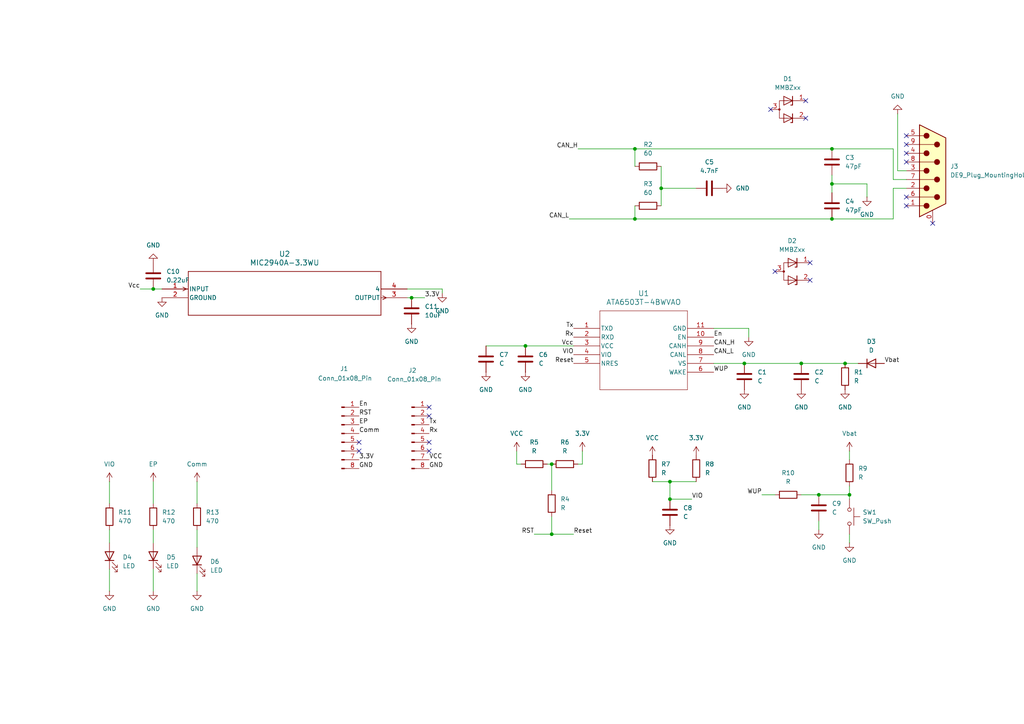
<source format=kicad_sch>
(kicad_sch
	(version 20231120)
	(generator "eeschema")
	(generator_version "8.0")
	(uuid "dbfad52c-de8e-4bd3-87e8-373cc3899468")
	(paper "A4")
	(lib_symbols
		(symbol "2024-12-29_11-17-09:ATA6503T-4BWVAO"
			(pin_names
				(offset 0.254)
			)
			(exclude_from_sim no)
			(in_bom yes)
			(on_board yes)
			(property "Reference" "U"
				(at 20.32 10.16 0)
				(effects
					(font
						(size 1.524 1.524)
					)
				)
			)
			(property "Value" "ATA6503T-4BWVAO"
				(at 20.32 7.62 0)
				(effects
					(font
						(size 1.524 1.524)
					)
				)
			)
			(property "Footprint" "VDFN10_4BW_2p3x1p7EP_MCH"
				(at 0 0 0)
				(effects
					(font
						(size 1.27 1.27)
						(italic yes)
					)
					(hide yes)
				)
			)
			(property "Datasheet" "ATA6503T-4BWVAO"
				(at 0 0 0)
				(effects
					(font
						(size 1.27 1.27)
						(italic yes)
					)
					(hide yes)
				)
			)
			(property "Description" ""
				(at 0 0 0)
				(effects
					(font
						(size 1.27 1.27)
					)
					(hide yes)
				)
			)
			(property "ki_locked" ""
				(at 0 0 0)
				(effects
					(font
						(size 1.27 1.27)
					)
				)
			)
			(property "ki_keywords" "ATA6503T-4BWVAO"
				(at 0 0 0)
				(effects
					(font
						(size 1.27 1.27)
					)
					(hide yes)
				)
			)
			(property "ki_fp_filters" "VDFN10_4BW_2p3x1p7EP_MCH VDFN10_4BW_2p3x1p7EP_MCH-M VDFN10_4BW_2p3x1p7EP_MCH-L"
				(at 0 0 0)
				(effects
					(font
						(size 1.27 1.27)
					)
					(hide yes)
				)
			)
			(symbol "ATA6503T-4BWVAO_0_1"
				(polyline
					(pts
						(xy 7.62 -17.78) (xy 33.02 -17.78)
					)
					(stroke
						(width 0.127)
						(type default)
					)
					(fill
						(type none)
					)
				)
				(polyline
					(pts
						(xy 7.62 5.08) (xy 7.62 -17.78)
					)
					(stroke
						(width 0.127)
						(type default)
					)
					(fill
						(type none)
					)
				)
				(polyline
					(pts
						(xy 33.02 -17.78) (xy 33.02 5.08)
					)
					(stroke
						(width 0.127)
						(type default)
					)
					(fill
						(type none)
					)
				)
				(polyline
					(pts
						(xy 33.02 5.08) (xy 7.62 5.08)
					)
					(stroke
						(width 0.127)
						(type default)
					)
					(fill
						(type none)
					)
				)
				(pin input line
					(at 0 0 0)
					(length 7.62)
					(name "TXD"
						(effects
							(font
								(size 1.27 1.27)
							)
						)
					)
					(number "1"
						(effects
							(font
								(size 1.27 1.27)
							)
						)
					)
				)
				(pin input line
					(at 40.64 -2.54 180)
					(length 7.62)
					(name "EN"
						(effects
							(font
								(size 1.27 1.27)
							)
						)
					)
					(number "10"
						(effects
							(font
								(size 1.27 1.27)
							)
						)
					)
				)
				(pin power_out line
					(at 40.64 0 180)
					(length 7.62)
					(name "GND"
						(effects
							(font
								(size 1.27 1.27)
							)
						)
					)
					(number "11"
						(effects
							(font
								(size 1.27 1.27)
							)
						)
					)
				)
				(pin output line
					(at 0 -2.54 0)
					(length 7.62)
					(name "RXD"
						(effects
							(font
								(size 1.27 1.27)
							)
						)
					)
					(number "2"
						(effects
							(font
								(size 1.27 1.27)
							)
						)
					)
				)
				(pin power_in line
					(at 0 -5.08 0)
					(length 7.62)
					(name "VCC"
						(effects
							(font
								(size 1.27 1.27)
							)
						)
					)
					(number "3"
						(effects
							(font
								(size 1.27 1.27)
							)
						)
					)
				)
				(pin power_in line
					(at 0 -7.62 0)
					(length 7.62)
					(name "VIO"
						(effects
							(font
								(size 1.27 1.27)
							)
						)
					)
					(number "4"
						(effects
							(font
								(size 1.27 1.27)
							)
						)
					)
				)
				(pin output line
					(at 0 -10.16 0)
					(length 7.62)
					(name "NRES"
						(effects
							(font
								(size 1.27 1.27)
							)
						)
					)
					(number "5"
						(effects
							(font
								(size 1.27 1.27)
							)
						)
					)
				)
				(pin input line
					(at 40.64 -12.7 180)
					(length 7.62)
					(name "WAKE"
						(effects
							(font
								(size 1.27 1.27)
							)
						)
					)
					(number "6"
						(effects
							(font
								(size 1.27 1.27)
							)
						)
					)
				)
				(pin power_in line
					(at 40.64 -10.16 180)
					(length 7.62)
					(name "VS"
						(effects
							(font
								(size 1.27 1.27)
							)
						)
					)
					(number "7"
						(effects
							(font
								(size 1.27 1.27)
							)
						)
					)
				)
				(pin bidirectional line
					(at 40.64 -7.62 180)
					(length 7.62)
					(name "CANL"
						(effects
							(font
								(size 1.27 1.27)
							)
						)
					)
					(number "8"
						(effects
							(font
								(size 1.27 1.27)
							)
						)
					)
				)
				(pin bidirectional line
					(at 40.64 -5.08 180)
					(length 7.62)
					(name "CANH"
						(effects
							(font
								(size 1.27 1.27)
							)
						)
					)
					(number "9"
						(effects
							(font
								(size 1.27 1.27)
							)
						)
					)
				)
			)
		)
		(symbol "2024-12-29_11-31-14:MIC2940A-3.3WU"
			(pin_names
				(offset 0.254)
			)
			(exclude_from_sim no)
			(in_bom yes)
			(on_board yes)
			(property "Reference" "U"
				(at 35.56 10.16 0)
				(effects
					(font
						(size 1.524 1.524)
					)
				)
			)
			(property "Value" "MIC2940A-3.3WU"
				(at 35.56 7.62 0)
				(effects
					(font
						(size 1.524 1.524)
					)
				)
			)
			(property "Footprint" "TO-263-3_MCL"
				(at 0 0 0)
				(effects
					(font
						(size 1.27 1.27)
						(italic yes)
					)
					(hide yes)
				)
			)
			(property "Datasheet" "MIC2940A-3.3WU"
				(at 0 0 0)
				(effects
					(font
						(size 1.27 1.27)
						(italic yes)
					)
					(hide yes)
				)
			)
			(property "Description" ""
				(at 0 0 0)
				(effects
					(font
						(size 1.27 1.27)
					)
					(hide yes)
				)
			)
			(property "ki_locked" ""
				(at 0 0 0)
				(effects
					(font
						(size 1.27 1.27)
					)
				)
			)
			(property "ki_keywords" "MIC2940A-3.3WU"
				(at 0 0 0)
				(effects
					(font
						(size 1.27 1.27)
					)
					(hide yes)
				)
			)
			(property "ki_fp_filters" "TO-263-3_MCL TO-263-3_MCL-M TO-263-3_MCL-L"
				(at 0 0 0)
				(effects
					(font
						(size 1.27 1.27)
					)
					(hide yes)
				)
			)
			(symbol "MIC2940A-3.3WU_0_1"
				(polyline
					(pts
						(xy 7.0993 0) (xy 6.0579 -0.5207)
					)
					(stroke
						(width 0.2032)
						(type default)
					)
					(fill
						(type none)
					)
				)
				(polyline
					(pts
						(xy 7.0993 0) (xy 6.0579 0.5207)
					)
					(stroke
						(width 0.2032)
						(type default)
					)
					(fill
						(type none)
					)
				)
				(polyline
					(pts
						(xy 7.62 -7.62) (xy 63.5 -7.62)
					)
					(stroke
						(width 0.2032)
						(type default)
					)
					(fill
						(type none)
					)
				)
				(polyline
					(pts
						(xy 7.62 5.08) (xy 7.62 -7.62)
					)
					(stroke
						(width 0.2032)
						(type default)
					)
					(fill
						(type none)
					)
				)
				(polyline
					(pts
						(xy 63.5 -7.62) (xy 63.5 5.08)
					)
					(stroke
						(width 0.2032)
						(type default)
					)
					(fill
						(type none)
					)
				)
				(polyline
					(pts
						(xy 63.5 5.08) (xy 7.62 5.08)
					)
					(stroke
						(width 0.2032)
						(type default)
					)
					(fill
						(type none)
					)
				)
				(polyline
					(pts
						(xy 64.0207 -3.0607) (xy 65.0621 -2.54)
					)
					(stroke
						(width 0.2032)
						(type default)
					)
					(fill
						(type none)
					)
				)
				(polyline
					(pts
						(xy 64.0207 -2.0193) (xy 65.0621 -2.54)
					)
					(stroke
						(width 0.2032)
						(type default)
					)
					(fill
						(type none)
					)
				)
				(pin input line
					(at 0 0 0)
					(length 7.62)
					(name "INPUT"
						(effects
							(font
								(size 1.27 1.27)
							)
						)
					)
					(number "1"
						(effects
							(font
								(size 1.27 1.27)
							)
						)
					)
				)
				(pin power_in line
					(at 0 -2.54 0)
					(length 7.62)
					(name "GROUND"
						(effects
							(font
								(size 1.27 1.27)
							)
						)
					)
					(number "2"
						(effects
							(font
								(size 1.27 1.27)
							)
						)
					)
				)
				(pin output line
					(at 71.12 -2.54 180)
					(length 7.62)
					(name "OUTPUT"
						(effects
							(font
								(size 1.27 1.27)
							)
						)
					)
					(number "3"
						(effects
							(font
								(size 1.27 1.27)
							)
						)
					)
				)
				(pin unspecified line
					(at 71.12 0 180)
					(length 7.62)
					(name "4"
						(effects
							(font
								(size 1.27 1.27)
							)
						)
					)
					(number "4"
						(effects
							(font
								(size 1.27 1.27)
							)
						)
					)
				)
			)
		)
		(symbol "Connector:Conn_01x08_Pin"
			(pin_names
				(offset 1.016) hide)
			(exclude_from_sim no)
			(in_bom yes)
			(on_board yes)
			(property "Reference" "J"
				(at 0 10.16 0)
				(effects
					(font
						(size 1.27 1.27)
					)
				)
			)
			(property "Value" "Conn_01x08_Pin"
				(at 0 -12.7 0)
				(effects
					(font
						(size 1.27 1.27)
					)
				)
			)
			(property "Footprint" ""
				(at 0 0 0)
				(effects
					(font
						(size 1.27 1.27)
					)
					(hide yes)
				)
			)
			(property "Datasheet" "~"
				(at 0 0 0)
				(effects
					(font
						(size 1.27 1.27)
					)
					(hide yes)
				)
			)
			(property "Description" "Generic connector, single row, 01x08, script generated"
				(at 0 0 0)
				(effects
					(font
						(size 1.27 1.27)
					)
					(hide yes)
				)
			)
			(property "ki_locked" ""
				(at 0 0 0)
				(effects
					(font
						(size 1.27 1.27)
					)
				)
			)
			(property "ki_keywords" "connector"
				(at 0 0 0)
				(effects
					(font
						(size 1.27 1.27)
					)
					(hide yes)
				)
			)
			(property "ki_fp_filters" "Connector*:*_1x??_*"
				(at 0 0 0)
				(effects
					(font
						(size 1.27 1.27)
					)
					(hide yes)
				)
			)
			(symbol "Conn_01x08_Pin_1_1"
				(polyline
					(pts
						(xy 1.27 -10.16) (xy 0.8636 -10.16)
					)
					(stroke
						(width 0.1524)
						(type default)
					)
					(fill
						(type none)
					)
				)
				(polyline
					(pts
						(xy 1.27 -7.62) (xy 0.8636 -7.62)
					)
					(stroke
						(width 0.1524)
						(type default)
					)
					(fill
						(type none)
					)
				)
				(polyline
					(pts
						(xy 1.27 -5.08) (xy 0.8636 -5.08)
					)
					(stroke
						(width 0.1524)
						(type default)
					)
					(fill
						(type none)
					)
				)
				(polyline
					(pts
						(xy 1.27 -2.54) (xy 0.8636 -2.54)
					)
					(stroke
						(width 0.1524)
						(type default)
					)
					(fill
						(type none)
					)
				)
				(polyline
					(pts
						(xy 1.27 0) (xy 0.8636 0)
					)
					(stroke
						(width 0.1524)
						(type default)
					)
					(fill
						(type none)
					)
				)
				(polyline
					(pts
						(xy 1.27 2.54) (xy 0.8636 2.54)
					)
					(stroke
						(width 0.1524)
						(type default)
					)
					(fill
						(type none)
					)
				)
				(polyline
					(pts
						(xy 1.27 5.08) (xy 0.8636 5.08)
					)
					(stroke
						(width 0.1524)
						(type default)
					)
					(fill
						(type none)
					)
				)
				(polyline
					(pts
						(xy 1.27 7.62) (xy 0.8636 7.62)
					)
					(stroke
						(width 0.1524)
						(type default)
					)
					(fill
						(type none)
					)
				)
				(rectangle
					(start 0.8636 -10.033)
					(end 0 -10.287)
					(stroke
						(width 0.1524)
						(type default)
					)
					(fill
						(type outline)
					)
				)
				(rectangle
					(start 0.8636 -7.493)
					(end 0 -7.747)
					(stroke
						(width 0.1524)
						(type default)
					)
					(fill
						(type outline)
					)
				)
				(rectangle
					(start 0.8636 -4.953)
					(end 0 -5.207)
					(stroke
						(width 0.1524)
						(type default)
					)
					(fill
						(type outline)
					)
				)
				(rectangle
					(start 0.8636 -2.413)
					(end 0 -2.667)
					(stroke
						(width 0.1524)
						(type default)
					)
					(fill
						(type outline)
					)
				)
				(rectangle
					(start 0.8636 0.127)
					(end 0 -0.127)
					(stroke
						(width 0.1524)
						(type default)
					)
					(fill
						(type outline)
					)
				)
				(rectangle
					(start 0.8636 2.667)
					(end 0 2.413)
					(stroke
						(width 0.1524)
						(type default)
					)
					(fill
						(type outline)
					)
				)
				(rectangle
					(start 0.8636 5.207)
					(end 0 4.953)
					(stroke
						(width 0.1524)
						(type default)
					)
					(fill
						(type outline)
					)
				)
				(rectangle
					(start 0.8636 7.747)
					(end 0 7.493)
					(stroke
						(width 0.1524)
						(type default)
					)
					(fill
						(type outline)
					)
				)
				(pin passive line
					(at 5.08 7.62 180)
					(length 3.81)
					(name "Pin_1"
						(effects
							(font
								(size 1.27 1.27)
							)
						)
					)
					(number "1"
						(effects
							(font
								(size 1.27 1.27)
							)
						)
					)
				)
				(pin passive line
					(at 5.08 5.08 180)
					(length 3.81)
					(name "Pin_2"
						(effects
							(font
								(size 1.27 1.27)
							)
						)
					)
					(number "2"
						(effects
							(font
								(size 1.27 1.27)
							)
						)
					)
				)
				(pin passive line
					(at 5.08 2.54 180)
					(length 3.81)
					(name "Pin_3"
						(effects
							(font
								(size 1.27 1.27)
							)
						)
					)
					(number "3"
						(effects
							(font
								(size 1.27 1.27)
							)
						)
					)
				)
				(pin passive line
					(at 5.08 0 180)
					(length 3.81)
					(name "Pin_4"
						(effects
							(font
								(size 1.27 1.27)
							)
						)
					)
					(number "4"
						(effects
							(font
								(size 1.27 1.27)
							)
						)
					)
				)
				(pin passive line
					(at 5.08 -2.54 180)
					(length 3.81)
					(name "Pin_5"
						(effects
							(font
								(size 1.27 1.27)
							)
						)
					)
					(number "5"
						(effects
							(font
								(size 1.27 1.27)
							)
						)
					)
				)
				(pin passive line
					(at 5.08 -5.08 180)
					(length 3.81)
					(name "Pin_6"
						(effects
							(font
								(size 1.27 1.27)
							)
						)
					)
					(number "6"
						(effects
							(font
								(size 1.27 1.27)
							)
						)
					)
				)
				(pin passive line
					(at 5.08 -7.62 180)
					(length 3.81)
					(name "Pin_7"
						(effects
							(font
								(size 1.27 1.27)
							)
						)
					)
					(number "7"
						(effects
							(font
								(size 1.27 1.27)
							)
						)
					)
				)
				(pin passive line
					(at 5.08 -10.16 180)
					(length 3.81)
					(name "Pin_8"
						(effects
							(font
								(size 1.27 1.27)
							)
						)
					)
					(number "8"
						(effects
							(font
								(size 1.27 1.27)
							)
						)
					)
				)
			)
		)
		(symbol "Connector:DE9_Plug_MountingHoles"
			(pin_names
				(offset 1.016) hide)
			(exclude_from_sim no)
			(in_bom yes)
			(on_board yes)
			(property "Reference" "J"
				(at 0 16.51 0)
				(effects
					(font
						(size 1.27 1.27)
					)
				)
			)
			(property "Value" "DE9_Plug_MountingHoles"
				(at 0 14.605 0)
				(effects
					(font
						(size 1.27 1.27)
					)
				)
			)
			(property "Footprint" ""
				(at 0 0 0)
				(effects
					(font
						(size 1.27 1.27)
					)
					(hide yes)
				)
			)
			(property "Datasheet" " ~"
				(at 0 0 0)
				(effects
					(font
						(size 1.27 1.27)
					)
					(hide yes)
				)
			)
			(property "Description" "9-pin male plug pin D-SUB connector, Mounting Hole"
				(at 0 0 0)
				(effects
					(font
						(size 1.27 1.27)
					)
					(hide yes)
				)
			)
			(property "ki_keywords" "connector plug male D-SUB DB9"
				(at 0 0 0)
				(effects
					(font
						(size 1.27 1.27)
					)
					(hide yes)
				)
			)
			(property "ki_fp_filters" "DSUB*Male*"
				(at 0 0 0)
				(effects
					(font
						(size 1.27 1.27)
					)
					(hide yes)
				)
			)
			(symbol "DE9_Plug_MountingHoles_0_1"
				(circle
					(center -1.778 -10.16)
					(radius 0.762)
					(stroke
						(width 0)
						(type default)
					)
					(fill
						(type outline)
					)
				)
				(circle
					(center -1.778 -5.08)
					(radius 0.762)
					(stroke
						(width 0)
						(type default)
					)
					(fill
						(type outline)
					)
				)
				(circle
					(center -1.778 0)
					(radius 0.762)
					(stroke
						(width 0)
						(type default)
					)
					(fill
						(type outline)
					)
				)
				(circle
					(center -1.778 5.08)
					(radius 0.762)
					(stroke
						(width 0)
						(type default)
					)
					(fill
						(type outline)
					)
				)
				(circle
					(center -1.778 10.16)
					(radius 0.762)
					(stroke
						(width 0)
						(type default)
					)
					(fill
						(type outline)
					)
				)
				(polyline
					(pts
						(xy -3.81 -10.16) (xy -2.54 -10.16)
					)
					(stroke
						(width 0)
						(type default)
					)
					(fill
						(type none)
					)
				)
				(polyline
					(pts
						(xy -3.81 -7.62) (xy 0.508 -7.62)
					)
					(stroke
						(width 0)
						(type default)
					)
					(fill
						(type none)
					)
				)
				(polyline
					(pts
						(xy -3.81 -5.08) (xy -2.54 -5.08)
					)
					(stroke
						(width 0)
						(type default)
					)
					(fill
						(type none)
					)
				)
				(polyline
					(pts
						(xy -3.81 -2.54) (xy 0.508 -2.54)
					)
					(stroke
						(width 0)
						(type default)
					)
					(fill
						(type none)
					)
				)
				(polyline
					(pts
						(xy -3.81 0) (xy -2.54 0)
					)
					(stroke
						(width 0)
						(type default)
					)
					(fill
						(type none)
					)
				)
				(polyline
					(pts
						(xy -3.81 2.54) (xy 0.508 2.54)
					)
					(stroke
						(width 0)
						(type default)
					)
					(fill
						(type none)
					)
				)
				(polyline
					(pts
						(xy -3.81 5.08) (xy -2.54 5.08)
					)
					(stroke
						(width 0)
						(type default)
					)
					(fill
						(type none)
					)
				)
				(polyline
					(pts
						(xy -3.81 7.62) (xy 0.508 7.62)
					)
					(stroke
						(width 0)
						(type default)
					)
					(fill
						(type none)
					)
				)
				(polyline
					(pts
						(xy -3.81 10.16) (xy -2.54 10.16)
					)
					(stroke
						(width 0)
						(type default)
					)
					(fill
						(type none)
					)
				)
				(polyline
					(pts
						(xy -3.81 -13.335) (xy -3.81 13.335) (xy 3.81 9.525) (xy 3.81 -9.525) (xy -3.81 -13.335)
					)
					(stroke
						(width 0.254)
						(type default)
					)
					(fill
						(type background)
					)
				)
				(circle
					(center 1.27 -7.62)
					(radius 0.762)
					(stroke
						(width 0)
						(type default)
					)
					(fill
						(type outline)
					)
				)
				(circle
					(center 1.27 -2.54)
					(radius 0.762)
					(stroke
						(width 0)
						(type default)
					)
					(fill
						(type outline)
					)
				)
				(circle
					(center 1.27 2.54)
					(radius 0.762)
					(stroke
						(width 0)
						(type default)
					)
					(fill
						(type outline)
					)
				)
				(circle
					(center 1.27 7.62)
					(radius 0.762)
					(stroke
						(width 0)
						(type default)
					)
					(fill
						(type outline)
					)
				)
			)
			(symbol "DE9_Plug_MountingHoles_1_1"
				(pin passive line
					(at 0 -15.24 90)
					(length 3.81)
					(name "PAD"
						(effects
							(font
								(size 1.27 1.27)
							)
						)
					)
					(number "0"
						(effects
							(font
								(size 1.27 1.27)
							)
						)
					)
				)
				(pin passive line
					(at -7.62 -10.16 0)
					(length 3.81)
					(name "1"
						(effects
							(font
								(size 1.27 1.27)
							)
						)
					)
					(number "1"
						(effects
							(font
								(size 1.27 1.27)
							)
						)
					)
				)
				(pin passive line
					(at -7.62 -5.08 0)
					(length 3.81)
					(name "2"
						(effects
							(font
								(size 1.27 1.27)
							)
						)
					)
					(number "2"
						(effects
							(font
								(size 1.27 1.27)
							)
						)
					)
				)
				(pin passive line
					(at -7.62 0 0)
					(length 3.81)
					(name "3"
						(effects
							(font
								(size 1.27 1.27)
							)
						)
					)
					(number "3"
						(effects
							(font
								(size 1.27 1.27)
							)
						)
					)
				)
				(pin passive line
					(at -7.62 5.08 0)
					(length 3.81)
					(name "4"
						(effects
							(font
								(size 1.27 1.27)
							)
						)
					)
					(number "4"
						(effects
							(font
								(size 1.27 1.27)
							)
						)
					)
				)
				(pin passive line
					(at -7.62 10.16 0)
					(length 3.81)
					(name "5"
						(effects
							(font
								(size 1.27 1.27)
							)
						)
					)
					(number "5"
						(effects
							(font
								(size 1.27 1.27)
							)
						)
					)
				)
				(pin passive line
					(at -7.62 -7.62 0)
					(length 3.81)
					(name "6"
						(effects
							(font
								(size 1.27 1.27)
							)
						)
					)
					(number "6"
						(effects
							(font
								(size 1.27 1.27)
							)
						)
					)
				)
				(pin passive line
					(at -7.62 -2.54 0)
					(length 3.81)
					(name "7"
						(effects
							(font
								(size 1.27 1.27)
							)
						)
					)
					(number "7"
						(effects
							(font
								(size 1.27 1.27)
							)
						)
					)
				)
				(pin passive line
					(at -7.62 2.54 0)
					(length 3.81)
					(name "8"
						(effects
							(font
								(size 1.27 1.27)
							)
						)
					)
					(number "8"
						(effects
							(font
								(size 1.27 1.27)
							)
						)
					)
				)
				(pin passive line
					(at -7.62 7.62 0)
					(length 3.81)
					(name "9"
						(effects
							(font
								(size 1.27 1.27)
							)
						)
					)
					(number "9"
						(effects
							(font
								(size 1.27 1.27)
							)
						)
					)
				)
			)
		)
		(symbol "Device:C"
			(pin_numbers hide)
			(pin_names
				(offset 0.254)
			)
			(exclude_from_sim no)
			(in_bom yes)
			(on_board yes)
			(property "Reference" "C"
				(at 0.635 2.54 0)
				(effects
					(font
						(size 1.27 1.27)
					)
					(justify left)
				)
			)
			(property "Value" "C"
				(at 0.635 -2.54 0)
				(effects
					(font
						(size 1.27 1.27)
					)
					(justify left)
				)
			)
			(property "Footprint" ""
				(at 0.9652 -3.81 0)
				(effects
					(font
						(size 1.27 1.27)
					)
					(hide yes)
				)
			)
			(property "Datasheet" "~"
				(at 0 0 0)
				(effects
					(font
						(size 1.27 1.27)
					)
					(hide yes)
				)
			)
			(property "Description" "Unpolarized capacitor"
				(at 0 0 0)
				(effects
					(font
						(size 1.27 1.27)
					)
					(hide yes)
				)
			)
			(property "ki_keywords" "cap capacitor"
				(at 0 0 0)
				(effects
					(font
						(size 1.27 1.27)
					)
					(hide yes)
				)
			)
			(property "ki_fp_filters" "C_*"
				(at 0 0 0)
				(effects
					(font
						(size 1.27 1.27)
					)
					(hide yes)
				)
			)
			(symbol "C_0_1"
				(polyline
					(pts
						(xy -2.032 -0.762) (xy 2.032 -0.762)
					)
					(stroke
						(width 0.508)
						(type default)
					)
					(fill
						(type none)
					)
				)
				(polyline
					(pts
						(xy -2.032 0.762) (xy 2.032 0.762)
					)
					(stroke
						(width 0.508)
						(type default)
					)
					(fill
						(type none)
					)
				)
			)
			(symbol "C_1_1"
				(pin passive line
					(at 0 3.81 270)
					(length 2.794)
					(name "~"
						(effects
							(font
								(size 1.27 1.27)
							)
						)
					)
					(number "1"
						(effects
							(font
								(size 1.27 1.27)
							)
						)
					)
				)
				(pin passive line
					(at 0 -3.81 90)
					(length 2.794)
					(name "~"
						(effects
							(font
								(size 1.27 1.27)
							)
						)
					)
					(number "2"
						(effects
							(font
								(size 1.27 1.27)
							)
						)
					)
				)
			)
		)
		(symbol "Device:D"
			(pin_numbers hide)
			(pin_names
				(offset 1.016) hide)
			(exclude_from_sim no)
			(in_bom yes)
			(on_board yes)
			(property "Reference" "D"
				(at 0 2.54 0)
				(effects
					(font
						(size 1.27 1.27)
					)
				)
			)
			(property "Value" "D"
				(at 0 -2.54 0)
				(effects
					(font
						(size 1.27 1.27)
					)
				)
			)
			(property "Footprint" ""
				(at 0 0 0)
				(effects
					(font
						(size 1.27 1.27)
					)
					(hide yes)
				)
			)
			(property "Datasheet" "~"
				(at 0 0 0)
				(effects
					(font
						(size 1.27 1.27)
					)
					(hide yes)
				)
			)
			(property "Description" "Diode"
				(at 0 0 0)
				(effects
					(font
						(size 1.27 1.27)
					)
					(hide yes)
				)
			)
			(property "Sim.Device" "D"
				(at 0 0 0)
				(effects
					(font
						(size 1.27 1.27)
					)
					(hide yes)
				)
			)
			(property "Sim.Pins" "1=K 2=A"
				(at 0 0 0)
				(effects
					(font
						(size 1.27 1.27)
					)
					(hide yes)
				)
			)
			(property "ki_keywords" "diode"
				(at 0 0 0)
				(effects
					(font
						(size 1.27 1.27)
					)
					(hide yes)
				)
			)
			(property "ki_fp_filters" "TO-???* *_Diode_* *SingleDiode* D_*"
				(at 0 0 0)
				(effects
					(font
						(size 1.27 1.27)
					)
					(hide yes)
				)
			)
			(symbol "D_0_1"
				(polyline
					(pts
						(xy -1.27 1.27) (xy -1.27 -1.27)
					)
					(stroke
						(width 0.254)
						(type default)
					)
					(fill
						(type none)
					)
				)
				(polyline
					(pts
						(xy 1.27 0) (xy -1.27 0)
					)
					(stroke
						(width 0)
						(type default)
					)
					(fill
						(type none)
					)
				)
				(polyline
					(pts
						(xy 1.27 1.27) (xy 1.27 -1.27) (xy -1.27 0) (xy 1.27 1.27)
					)
					(stroke
						(width 0.254)
						(type default)
					)
					(fill
						(type none)
					)
				)
			)
			(symbol "D_1_1"
				(pin passive line
					(at -3.81 0 0)
					(length 2.54)
					(name "K"
						(effects
							(font
								(size 1.27 1.27)
							)
						)
					)
					(number "1"
						(effects
							(font
								(size 1.27 1.27)
							)
						)
					)
				)
				(pin passive line
					(at 3.81 0 180)
					(length 2.54)
					(name "A"
						(effects
							(font
								(size 1.27 1.27)
							)
						)
					)
					(number "2"
						(effects
							(font
								(size 1.27 1.27)
							)
						)
					)
				)
			)
		)
		(symbol "Device:LED"
			(pin_numbers hide)
			(pin_names
				(offset 1.016) hide)
			(exclude_from_sim no)
			(in_bom yes)
			(on_board yes)
			(property "Reference" "D"
				(at 0 2.54 0)
				(effects
					(font
						(size 1.27 1.27)
					)
				)
			)
			(property "Value" "LED"
				(at 0 -2.54 0)
				(effects
					(font
						(size 1.27 1.27)
					)
				)
			)
			(property "Footprint" ""
				(at 0 0 0)
				(effects
					(font
						(size 1.27 1.27)
					)
					(hide yes)
				)
			)
			(property "Datasheet" "~"
				(at 0 0 0)
				(effects
					(font
						(size 1.27 1.27)
					)
					(hide yes)
				)
			)
			(property "Description" "Light emitting diode"
				(at 0 0 0)
				(effects
					(font
						(size 1.27 1.27)
					)
					(hide yes)
				)
			)
			(property "ki_keywords" "LED diode"
				(at 0 0 0)
				(effects
					(font
						(size 1.27 1.27)
					)
					(hide yes)
				)
			)
			(property "ki_fp_filters" "LED* LED_SMD:* LED_THT:*"
				(at 0 0 0)
				(effects
					(font
						(size 1.27 1.27)
					)
					(hide yes)
				)
			)
			(symbol "LED_0_1"
				(polyline
					(pts
						(xy -1.27 -1.27) (xy -1.27 1.27)
					)
					(stroke
						(width 0.254)
						(type default)
					)
					(fill
						(type none)
					)
				)
				(polyline
					(pts
						(xy -1.27 0) (xy 1.27 0)
					)
					(stroke
						(width 0)
						(type default)
					)
					(fill
						(type none)
					)
				)
				(polyline
					(pts
						(xy 1.27 -1.27) (xy 1.27 1.27) (xy -1.27 0) (xy 1.27 -1.27)
					)
					(stroke
						(width 0.254)
						(type default)
					)
					(fill
						(type none)
					)
				)
				(polyline
					(pts
						(xy -3.048 -0.762) (xy -4.572 -2.286) (xy -3.81 -2.286) (xy -4.572 -2.286) (xy -4.572 -1.524)
					)
					(stroke
						(width 0)
						(type default)
					)
					(fill
						(type none)
					)
				)
				(polyline
					(pts
						(xy -1.778 -0.762) (xy -3.302 -2.286) (xy -2.54 -2.286) (xy -3.302 -2.286) (xy -3.302 -1.524)
					)
					(stroke
						(width 0)
						(type default)
					)
					(fill
						(type none)
					)
				)
			)
			(symbol "LED_1_1"
				(pin passive line
					(at -3.81 0 0)
					(length 2.54)
					(name "K"
						(effects
							(font
								(size 1.27 1.27)
							)
						)
					)
					(number "1"
						(effects
							(font
								(size 1.27 1.27)
							)
						)
					)
				)
				(pin passive line
					(at 3.81 0 180)
					(length 2.54)
					(name "A"
						(effects
							(font
								(size 1.27 1.27)
							)
						)
					)
					(number "2"
						(effects
							(font
								(size 1.27 1.27)
							)
						)
					)
				)
			)
		)
		(symbol "Device:R"
			(pin_numbers hide)
			(pin_names
				(offset 0)
			)
			(exclude_from_sim no)
			(in_bom yes)
			(on_board yes)
			(property "Reference" "R"
				(at 2.032 0 90)
				(effects
					(font
						(size 1.27 1.27)
					)
				)
			)
			(property "Value" "R"
				(at 0 0 90)
				(effects
					(font
						(size 1.27 1.27)
					)
				)
			)
			(property "Footprint" ""
				(at -1.778 0 90)
				(effects
					(font
						(size 1.27 1.27)
					)
					(hide yes)
				)
			)
			(property "Datasheet" "~"
				(at 0 0 0)
				(effects
					(font
						(size 1.27 1.27)
					)
					(hide yes)
				)
			)
			(property "Description" "Resistor"
				(at 0 0 0)
				(effects
					(font
						(size 1.27 1.27)
					)
					(hide yes)
				)
			)
			(property "ki_keywords" "R res resistor"
				(at 0 0 0)
				(effects
					(font
						(size 1.27 1.27)
					)
					(hide yes)
				)
			)
			(property "ki_fp_filters" "R_*"
				(at 0 0 0)
				(effects
					(font
						(size 1.27 1.27)
					)
					(hide yes)
				)
			)
			(symbol "R_0_1"
				(rectangle
					(start -1.016 -2.54)
					(end 1.016 2.54)
					(stroke
						(width 0.254)
						(type default)
					)
					(fill
						(type none)
					)
				)
			)
			(symbol "R_1_1"
				(pin passive line
					(at 0 3.81 270)
					(length 1.27)
					(name "~"
						(effects
							(font
								(size 1.27 1.27)
							)
						)
					)
					(number "1"
						(effects
							(font
								(size 1.27 1.27)
							)
						)
					)
				)
				(pin passive line
					(at 0 -3.81 90)
					(length 1.27)
					(name "~"
						(effects
							(font
								(size 1.27 1.27)
							)
						)
					)
					(number "2"
						(effects
							(font
								(size 1.27 1.27)
							)
						)
					)
				)
			)
		)
		(symbol "Diode:MMBZxx"
			(pin_names
				(offset 1.016) hide)
			(exclude_from_sim no)
			(in_bom yes)
			(on_board yes)
			(property "Reference" "D"
				(at 3.81 2.54 0)
				(effects
					(font
						(size 1.27 1.27)
					)
					(justify left)
				)
			)
			(property "Value" "MMBZxx"
				(at 3.81 0 0)
				(effects
					(font
						(size 1.27 1.27)
					)
					(justify left)
				)
			)
			(property "Footprint" "Package_TO_SOT_SMD:SOT-23"
				(at 3.81 -2.54 0)
				(effects
					(font
						(size 1.27 1.27)
					)
					(justify left)
					(hide yes)
				)
			)
			(property "Datasheet" "http://www.onsemi.com/pub/Collateral/MMBZ5V6ALT1-D.PDF"
				(at -2.54 0 90)
				(effects
					(font
						(size 1.27 1.27)
					)
					(hide yes)
				)
			)
			(property "Description" "Double Zener Diode, Common Anode, 225mW, SOT-23"
				(at 0 0 0)
				(effects
					(font
						(size 1.27 1.27)
					)
					(hide yes)
				)
			)
			(property "ki_keywords" "dual zener diode"
				(at 0 0 0)
				(effects
					(font
						(size 1.27 1.27)
					)
					(hide yes)
				)
			)
			(property "ki_fp_filters" "SOT?23*"
				(at 0 0 0)
				(effects
					(font
						(size 1.27 1.27)
					)
					(hide yes)
				)
			)
			(symbol "MMBZxx_0_1"
				(circle
					(center 0 -2.54)
					(radius 0.254)
					(stroke
						(width 0)
						(type default)
					)
					(fill
						(type outline)
					)
				)
				(polyline
					(pts
						(xy -2.54 -1.27) (xy -2.54 2.54)
					)
					(stroke
						(width 0)
						(type default)
					)
					(fill
						(type none)
					)
				)
				(polyline
					(pts
						(xy 2.54 -1.27) (xy 2.54 2.54)
					)
					(stroke
						(width 0)
						(type default)
					)
					(fill
						(type none)
					)
				)
				(polyline
					(pts
						(xy -3.81 1.27) (xy -1.27 1.27) (xy -1.27 0.762)
					)
					(stroke
						(width 0.254)
						(type default)
					)
					(fill
						(type none)
					)
				)
				(polyline
					(pts
						(xy 1.27 1.27) (xy 3.81 1.27) (xy 3.81 0.762)
					)
					(stroke
						(width 0.254)
						(type default)
					)
					(fill
						(type none)
					)
				)
				(polyline
					(pts
						(xy -2.54 0) (xy -2.54 -2.54) (xy 2.54 -2.54) (xy 2.54 0)
					)
					(stroke
						(width 0)
						(type default)
					)
					(fill
						(type none)
					)
				)
			)
			(symbol "MMBZxx_1_1"
				(polyline
					(pts
						(xy -3.81 -1.27) (xy -1.27 -1.27) (xy -2.54 1.27) (xy -3.81 -1.27)
					)
					(stroke
						(width 0.2032)
						(type default)
					)
					(fill
						(type none)
					)
				)
				(polyline
					(pts
						(xy 1.27 -1.27) (xy 3.81 -1.27) (xy 2.54 1.27) (xy 1.27 -1.27)
					)
					(stroke
						(width 0.2032)
						(type default)
					)
					(fill
						(type none)
					)
				)
				(pin passive line
					(at -2.54 5.08 270)
					(length 2.54)
					(name "K"
						(effects
							(font
								(size 1.27 1.27)
							)
						)
					)
					(number "1"
						(effects
							(font
								(size 1.27 1.27)
							)
						)
					)
				)
				(pin passive line
					(at 2.54 5.08 270)
					(length 2.54)
					(name "K"
						(effects
							(font
								(size 1.27 1.27)
							)
						)
					)
					(number "2"
						(effects
							(font
								(size 1.27 1.27)
							)
						)
					)
				)
				(pin passive line
					(at 0 -5.08 90)
					(length 2.54)
					(name "A"
						(effects
							(font
								(size 1.27 1.27)
							)
						)
					)
					(number "3"
						(effects
							(font
								(size 1.27 1.27)
							)
						)
					)
				)
			)
		)
		(symbol "Switch:SW_Push"
			(pin_numbers hide)
			(pin_names
				(offset 1.016) hide)
			(exclude_from_sim no)
			(in_bom yes)
			(on_board yes)
			(property "Reference" "SW"
				(at 1.27 2.54 0)
				(effects
					(font
						(size 1.27 1.27)
					)
					(justify left)
				)
			)
			(property "Value" "SW_Push"
				(at 0 -1.524 0)
				(effects
					(font
						(size 1.27 1.27)
					)
				)
			)
			(property "Footprint" ""
				(at 0 5.08 0)
				(effects
					(font
						(size 1.27 1.27)
					)
					(hide yes)
				)
			)
			(property "Datasheet" "~"
				(at 0 5.08 0)
				(effects
					(font
						(size 1.27 1.27)
					)
					(hide yes)
				)
			)
			(property "Description" "Push button switch, generic, two pins"
				(at 0 0 0)
				(effects
					(font
						(size 1.27 1.27)
					)
					(hide yes)
				)
			)
			(property "ki_keywords" "switch normally-open pushbutton push-button"
				(at 0 0 0)
				(effects
					(font
						(size 1.27 1.27)
					)
					(hide yes)
				)
			)
			(symbol "SW_Push_0_1"
				(circle
					(center -2.032 0)
					(radius 0.508)
					(stroke
						(width 0)
						(type default)
					)
					(fill
						(type none)
					)
				)
				(polyline
					(pts
						(xy 0 1.27) (xy 0 3.048)
					)
					(stroke
						(width 0)
						(type default)
					)
					(fill
						(type none)
					)
				)
				(polyline
					(pts
						(xy 2.54 1.27) (xy -2.54 1.27)
					)
					(stroke
						(width 0)
						(type default)
					)
					(fill
						(type none)
					)
				)
				(circle
					(center 2.032 0)
					(radius 0.508)
					(stroke
						(width 0)
						(type default)
					)
					(fill
						(type none)
					)
				)
				(pin passive line
					(at -5.08 0 0)
					(length 2.54)
					(name "1"
						(effects
							(font
								(size 1.27 1.27)
							)
						)
					)
					(number "1"
						(effects
							(font
								(size 1.27 1.27)
							)
						)
					)
				)
				(pin passive line
					(at 5.08 0 180)
					(length 2.54)
					(name "2"
						(effects
							(font
								(size 1.27 1.27)
							)
						)
					)
					(number "2"
						(effects
							(font
								(size 1.27 1.27)
							)
						)
					)
				)
			)
		)
		(symbol "power:GND"
			(power)
			(pin_numbers hide)
			(pin_names
				(offset 0) hide)
			(exclude_from_sim no)
			(in_bom yes)
			(on_board yes)
			(property "Reference" "#PWR"
				(at 0 -6.35 0)
				(effects
					(font
						(size 1.27 1.27)
					)
					(hide yes)
				)
			)
			(property "Value" "GND"
				(at 0 -3.81 0)
				(effects
					(font
						(size 1.27 1.27)
					)
				)
			)
			(property "Footprint" ""
				(at 0 0 0)
				(effects
					(font
						(size 1.27 1.27)
					)
					(hide yes)
				)
			)
			(property "Datasheet" ""
				(at 0 0 0)
				(effects
					(font
						(size 1.27 1.27)
					)
					(hide yes)
				)
			)
			(property "Description" "Power symbol creates a global label with name \"GND\" , ground"
				(at 0 0 0)
				(effects
					(font
						(size 1.27 1.27)
					)
					(hide yes)
				)
			)
			(property "ki_keywords" "global power"
				(at 0 0 0)
				(effects
					(font
						(size 1.27 1.27)
					)
					(hide yes)
				)
			)
			(symbol "GND_0_1"
				(polyline
					(pts
						(xy 0 0) (xy 0 -1.27) (xy 1.27 -1.27) (xy 0 -2.54) (xy -1.27 -1.27) (xy 0 -1.27)
					)
					(stroke
						(width 0)
						(type default)
					)
					(fill
						(type none)
					)
				)
			)
			(symbol "GND_1_1"
				(pin power_in line
					(at 0 0 270)
					(length 0)
					(name "~"
						(effects
							(font
								(size 1.27 1.27)
							)
						)
					)
					(number "1"
						(effects
							(font
								(size 1.27 1.27)
							)
						)
					)
				)
			)
		)
		(symbol "power:VCC"
			(power)
			(pin_numbers hide)
			(pin_names
				(offset 0) hide)
			(exclude_from_sim no)
			(in_bom yes)
			(on_board yes)
			(property "Reference" "#PWR"
				(at 0 -3.81 0)
				(effects
					(font
						(size 1.27 1.27)
					)
					(hide yes)
				)
			)
			(property "Value" "VCC"
				(at 0 3.556 0)
				(effects
					(font
						(size 1.27 1.27)
					)
				)
			)
			(property "Footprint" ""
				(at 0 0 0)
				(effects
					(font
						(size 1.27 1.27)
					)
					(hide yes)
				)
			)
			(property "Datasheet" ""
				(at 0 0 0)
				(effects
					(font
						(size 1.27 1.27)
					)
					(hide yes)
				)
			)
			(property "Description" "Power symbol creates a global label with name \"VCC\""
				(at 0 0 0)
				(effects
					(font
						(size 1.27 1.27)
					)
					(hide yes)
				)
			)
			(property "ki_keywords" "global power"
				(at 0 0 0)
				(effects
					(font
						(size 1.27 1.27)
					)
					(hide yes)
				)
			)
			(symbol "VCC_0_1"
				(polyline
					(pts
						(xy -0.762 1.27) (xy 0 2.54)
					)
					(stroke
						(width 0)
						(type default)
					)
					(fill
						(type none)
					)
				)
				(polyline
					(pts
						(xy 0 0) (xy 0 2.54)
					)
					(stroke
						(width 0)
						(type default)
					)
					(fill
						(type none)
					)
				)
				(polyline
					(pts
						(xy 0 2.54) (xy 0.762 1.27)
					)
					(stroke
						(width 0)
						(type default)
					)
					(fill
						(type none)
					)
				)
			)
			(symbol "VCC_1_1"
				(pin power_in line
					(at 0 0 90)
					(length 0)
					(name "~"
						(effects
							(font
								(size 1.27 1.27)
							)
						)
					)
					(number "1"
						(effects
							(font
								(size 1.27 1.27)
							)
						)
					)
				)
			)
		)
	)
	(junction
		(at 232.41 105.41)
		(diameter 0)
		(color 0 0 0 0)
		(uuid "096eb85a-1a82-43f5-ab29-91a8f762c6a9")
	)
	(junction
		(at 241.3 53.34)
		(diameter 0)
		(color 0 0 0 0)
		(uuid "1a1a5d8b-f21a-4729-baf6-51c53226a205")
	)
	(junction
		(at 194.31 139.7)
		(diameter 0)
		(color 0 0 0 0)
		(uuid "2e824324-ac9b-4deb-af76-6ad4fcbbf95c")
	)
	(junction
		(at 237.49 143.51)
		(diameter 0)
		(color 0 0 0 0)
		(uuid "306f0fb9-e0fa-47d9-a2ec-3ed3f0953683")
	)
	(junction
		(at 191.77 54.61)
		(diameter 0)
		(color 0 0 0 0)
		(uuid "492bcf27-3cee-4cdc-88df-320f35787cb1")
	)
	(junction
		(at 241.3 43.18)
		(diameter 0)
		(color 0 0 0 0)
		(uuid "549c4198-5232-4c5d-a3bb-143114210988")
	)
	(junction
		(at 160.02 154.94)
		(diameter 0)
		(color 0 0 0 0)
		(uuid "5a616f3a-b30e-4b78-afba-0243f4465ee3")
	)
	(junction
		(at 184.15 63.5)
		(diameter 0)
		(color 0 0 0 0)
		(uuid "641ce03d-272d-4f79-b39f-761a08ca2bfb")
	)
	(junction
		(at 245.11 105.41)
		(diameter 0)
		(color 0 0 0 0)
		(uuid "8895901b-ac5e-49d4-a5f7-4121c1688995")
	)
	(junction
		(at 241.3 63.5)
		(diameter 0)
		(color 0 0 0 0)
		(uuid "8f6ae5d1-9a8f-4916-a92f-0fe32cdc0047")
	)
	(junction
		(at 119.38 86.36)
		(diameter 0)
		(color 0 0 0 0)
		(uuid "b0e680ec-e191-4aa4-9f58-9584d3824d76")
	)
	(junction
		(at 152.4 100.33)
		(diameter 0)
		(color 0 0 0 0)
		(uuid "bf421d8f-beae-4b82-a93d-72180ab8bdd3")
	)
	(junction
		(at 246.38 143.51)
		(diameter 0)
		(color 0 0 0 0)
		(uuid "caeb2d05-2c6d-442d-ad90-c700242296d9")
	)
	(junction
		(at 160.02 134.62)
		(diameter 0)
		(color 0 0 0 0)
		(uuid "ceb0721a-a9b2-4159-9940-7bffa8c7a7e5")
	)
	(junction
		(at 44.45 83.82)
		(diameter 0)
		(color 0 0 0 0)
		(uuid "edc1ae2a-0d35-4230-ad8d-5997bad90548")
	)
	(junction
		(at 194.31 144.78)
		(diameter 0)
		(color 0 0 0 0)
		(uuid "ee0adea2-4c1d-49ff-bba8-2a5e9133f645")
	)
	(junction
		(at 215.9 105.41)
		(diameter 0)
		(color 0 0 0 0)
		(uuid "fb3137be-ccef-48c5-b2a0-01e3b64fbcc5")
	)
	(junction
		(at 184.15 43.18)
		(diameter 0)
		(color 0 0 0 0)
		(uuid "fb6bfd96-7c7a-452b-8ea0-6970115c676f")
	)
	(no_connect
		(at 124.46 128.27)
		(uuid "159f5bf3-8287-4f0d-b437-fba51adb0298")
	)
	(no_connect
		(at 262.89 44.45)
		(uuid "1acb3350-c87f-4971-828d-d424cce03bf2")
	)
	(no_connect
		(at 124.46 118.11)
		(uuid "2b09087c-2346-4c77-9c5e-efc27370351b")
	)
	(no_connect
		(at 262.89 46.99)
		(uuid "3bd3c612-5ced-4ca0-b077-eeb66ff09520")
	)
	(no_connect
		(at 233.68 34.29)
		(uuid "3e31867f-ee40-4553-bf2c-30d814048c15")
	)
	(no_connect
		(at 234.95 76.2)
		(uuid "491b0249-09e6-4535-b244-678714790a83")
	)
	(no_connect
		(at 124.46 130.81)
		(uuid "59d371f2-7bb7-4af2-a073-09fee31ba294")
	)
	(no_connect
		(at 262.89 41.91)
		(uuid "8d271b8a-a24a-4f48-8aed-a1004fd3e565")
	)
	(no_connect
		(at 104.14 128.27)
		(uuid "9291ee39-363f-4cce-99c1-de30be15ab66")
	)
	(no_connect
		(at 104.14 130.81)
		(uuid "9987327a-a5e5-4d1e-83e3-27934ac623b1")
	)
	(no_connect
		(at 224.79 78.74)
		(uuid "9d4c5e1d-8e80-44bd-8dad-c6c936be73bf")
	)
	(no_connect
		(at 262.89 57.15)
		(uuid "a4ce8fcc-a002-4045-a966-c843f923549a")
	)
	(no_connect
		(at 124.46 120.65)
		(uuid "b19fc7c5-8f6f-4eb1-b246-b2e948110480")
	)
	(no_connect
		(at 262.89 39.37)
		(uuid "be97bfe7-bcf1-410a-818d-de35164e2a07")
	)
	(no_connect
		(at 270.51 64.77)
		(uuid "cb773763-9d35-45d7-a139-a3f39753430e")
	)
	(no_connect
		(at 262.89 59.69)
		(uuid "d8373d55-9480-40a9-a778-363799cbfb53")
	)
	(no_connect
		(at 233.68 29.21)
		(uuid "f3699f61-9385-47f2-89fa-aac8ab0798a8")
	)
	(no_connect
		(at 234.95 81.28)
		(uuid "f7353b9a-3470-4aae-a843-9301652639ac")
	)
	(no_connect
		(at 223.52 31.75)
		(uuid "f957907f-a2cc-49e1-a54f-275ae29b6d24")
	)
	(wire
		(pts
			(xy 259.08 43.18) (xy 259.08 52.07)
		)
		(stroke
			(width 0)
			(type default)
		)
		(uuid "04f3d6d5-a743-40e6-8e2f-0f651339094f")
	)
	(wire
		(pts
			(xy 241.3 53.34) (xy 241.3 55.88)
		)
		(stroke
			(width 0)
			(type default)
		)
		(uuid "06d3a57c-e1ae-4b4c-adeb-b0e12302c162")
	)
	(wire
		(pts
			(xy 168.91 130.81) (xy 168.91 134.62)
		)
		(stroke
			(width 0)
			(type default)
		)
		(uuid "07aa913f-494e-41de-afb4-bba7d605bec7")
	)
	(wire
		(pts
			(xy 154.94 154.94) (xy 160.02 154.94)
		)
		(stroke
			(width 0)
			(type default)
		)
		(uuid "095a4d8e-a6e6-45ae-845c-94a6e8270aa4")
	)
	(wire
		(pts
			(xy 194.31 144.78) (xy 200.66 144.78)
		)
		(stroke
			(width 0)
			(type default)
		)
		(uuid "0b0061fe-dafb-4f00-b4a6-f567169dd5ed")
	)
	(wire
		(pts
			(xy 189.23 139.7) (xy 194.31 139.7)
		)
		(stroke
			(width 0)
			(type default)
		)
		(uuid "0cb571bd-d60d-4d88-8edd-b8b1d74f18cc")
	)
	(wire
		(pts
			(xy 241.3 50.8) (xy 241.3 53.34)
		)
		(stroke
			(width 0)
			(type default)
		)
		(uuid "0cfaa416-dcb1-4560-9cee-4e2e29842ee2")
	)
	(wire
		(pts
			(xy 40.64 83.82) (xy 44.45 83.82)
		)
		(stroke
			(width 0)
			(type default)
		)
		(uuid "168e2735-30b2-4358-86f6-cf94b148a66d")
	)
	(wire
		(pts
			(xy 207.01 105.41) (xy 215.9 105.41)
		)
		(stroke
			(width 0)
			(type default)
		)
		(uuid "1c842ec8-c820-410c-87de-6a35970eda9e")
	)
	(wire
		(pts
			(xy 241.3 53.34) (xy 251.46 53.34)
		)
		(stroke
			(width 0)
			(type default)
		)
		(uuid "1dbc5535-0e1e-49dc-9c9d-f23d88669594")
	)
	(wire
		(pts
			(xy 237.49 143.51) (xy 246.38 143.51)
		)
		(stroke
			(width 0)
			(type default)
		)
		(uuid "268cc1d7-0eb4-4774-8e82-6278e61df88f")
	)
	(wire
		(pts
			(xy 220.98 143.51) (xy 224.79 143.51)
		)
		(stroke
			(width 0)
			(type default)
		)
		(uuid "284011c6-041e-4cc9-9121-8acd5004c732")
	)
	(wire
		(pts
			(xy 245.11 105.41) (xy 248.92 105.41)
		)
		(stroke
			(width 0)
			(type default)
		)
		(uuid "2c4bb6ce-315f-461e-a2fd-19ef44b638dd")
	)
	(wire
		(pts
			(xy 191.77 48.26) (xy 191.77 54.61)
		)
		(stroke
			(width 0)
			(type default)
		)
		(uuid "2d3a8330-3e2b-4e82-8ce8-3389ab4c586b")
	)
	(wire
		(pts
			(xy 194.31 139.7) (xy 201.93 139.7)
		)
		(stroke
			(width 0)
			(type default)
		)
		(uuid "34d271d9-cd90-49ef-be49-63edf10d0964")
	)
	(wire
		(pts
			(xy 31.75 153.67) (xy 31.75 157.48)
		)
		(stroke
			(width 0)
			(type default)
		)
		(uuid "4a03b523-9b6f-41ce-bdaf-67a0dcfd7555")
	)
	(wire
		(pts
			(xy 241.3 43.18) (xy 259.08 43.18)
		)
		(stroke
			(width 0)
			(type default)
		)
		(uuid "4db776e1-5f58-4ee0-8819-f03aa9aa6196")
	)
	(wire
		(pts
			(xy 149.86 130.81) (xy 149.86 134.62)
		)
		(stroke
			(width 0)
			(type default)
		)
		(uuid "52b8a459-c397-4db8-ad68-44f03d025eff")
	)
	(wire
		(pts
			(xy 44.45 153.67) (xy 44.45 157.48)
		)
		(stroke
			(width 0)
			(type default)
		)
		(uuid "57d56649-1076-4fbb-804f-790099a8335d")
	)
	(wire
		(pts
			(xy 259.08 52.07) (xy 262.89 52.07)
		)
		(stroke
			(width 0)
			(type default)
		)
		(uuid "5c844ad8-39a4-4ba5-9675-4101903b18a0")
	)
	(wire
		(pts
			(xy 259.08 63.5) (xy 259.08 54.61)
		)
		(stroke
			(width 0)
			(type default)
		)
		(uuid "650e3260-94ed-41ee-9937-d06888f4fa6b")
	)
	(wire
		(pts
			(xy 184.15 43.18) (xy 241.3 43.18)
		)
		(stroke
			(width 0)
			(type default)
		)
		(uuid "66e9a157-d05d-433b-a10a-e7765f3fa57d")
	)
	(wire
		(pts
			(xy 217.17 95.25) (xy 217.17 97.79)
		)
		(stroke
			(width 0)
			(type default)
		)
		(uuid "69d8fc9e-1335-46ea-babf-906b890772ce")
	)
	(wire
		(pts
			(xy 191.77 54.61) (xy 201.93 54.61)
		)
		(stroke
			(width 0)
			(type default)
		)
		(uuid "6f547602-0150-4607-a726-08d94c81d0a0")
	)
	(wire
		(pts
			(xy 262.89 49.53) (xy 260.35 49.53)
		)
		(stroke
			(width 0)
			(type default)
		)
		(uuid "70d64fe2-cc7a-417c-ac4f-0d59980813f2")
	)
	(wire
		(pts
			(xy 232.41 143.51) (xy 237.49 143.51)
		)
		(stroke
			(width 0)
			(type default)
		)
		(uuid "71c6e17f-5822-47b6-9d8a-1e2b447b59e9")
	)
	(wire
		(pts
			(xy 118.11 86.36) (xy 119.38 86.36)
		)
		(stroke
			(width 0)
			(type default)
		)
		(uuid "789bff87-131d-4f78-8e68-d94c4b59d8a4")
	)
	(wire
		(pts
			(xy 149.86 134.62) (xy 151.13 134.62)
		)
		(stroke
			(width 0)
			(type default)
		)
		(uuid "79122a6d-fd7e-4f9b-b3b3-72fb5361a51c")
	)
	(wire
		(pts
			(xy 152.4 100.33) (xy 166.37 100.33)
		)
		(stroke
			(width 0)
			(type default)
		)
		(uuid "791833a7-15b8-4447-80c2-b5adcf427ebc")
	)
	(wire
		(pts
			(xy 241.3 63.5) (xy 259.08 63.5)
		)
		(stroke
			(width 0)
			(type default)
		)
		(uuid "7f597640-6e6a-404a-bc62-a2634978550d")
	)
	(wire
		(pts
			(xy 119.38 86.36) (xy 123.19 86.36)
		)
		(stroke
			(width 0)
			(type default)
		)
		(uuid "86957867-0291-43f1-86cd-9c0e9b8bf405")
	)
	(wire
		(pts
			(xy 160.02 154.94) (xy 166.37 154.94)
		)
		(stroke
			(width 0)
			(type default)
		)
		(uuid "8927c60e-8dcc-45d8-8a35-52f8fac2f57e")
	)
	(wire
		(pts
			(xy 128.27 83.82) (xy 128.27 85.09)
		)
		(stroke
			(width 0)
			(type default)
		)
		(uuid "8c5da12b-abd9-43fc-a40a-e1665a2a541a")
	)
	(wire
		(pts
			(xy 167.64 43.18) (xy 184.15 43.18)
		)
		(stroke
			(width 0)
			(type default)
		)
		(uuid "8f7452cb-dd6e-4b13-b1e1-4edde56fd28f")
	)
	(wire
		(pts
			(xy 207.01 95.25) (xy 217.17 95.25)
		)
		(stroke
			(width 0)
			(type default)
		)
		(uuid "905f3e7d-0539-4c4b-a56b-cd28b48ce0cc")
	)
	(wire
		(pts
			(xy 194.31 139.7) (xy 194.31 144.78)
		)
		(stroke
			(width 0)
			(type default)
		)
		(uuid "9097d918-3d9a-40ab-8b68-81db3991f7e7")
	)
	(wire
		(pts
			(xy 165.1 63.5) (xy 184.15 63.5)
		)
		(stroke
			(width 0)
			(type default)
		)
		(uuid "98d8f6a0-19d3-44b2-9719-cdf373c8005a")
	)
	(wire
		(pts
			(xy 260.35 33.02) (xy 260.35 49.53)
		)
		(stroke
			(width 0)
			(type default)
		)
		(uuid "99ce3272-4972-498f-8515-96f3caf6ac1b")
	)
	(wire
		(pts
			(xy 57.15 139.7) (xy 57.15 146.05)
		)
		(stroke
			(width 0)
			(type default)
		)
		(uuid "99ffcc5e-08f9-492d-928a-394642cedc70")
	)
	(wire
		(pts
			(xy 191.77 54.61) (xy 191.77 59.69)
		)
		(stroke
			(width 0)
			(type default)
		)
		(uuid "9aa480a8-30de-4402-8458-5a64665bb500")
	)
	(wire
		(pts
			(xy 168.91 134.62) (xy 167.64 134.62)
		)
		(stroke
			(width 0)
			(type default)
		)
		(uuid "9cf3c22a-0f06-48a8-b5a2-6c57224f94e2")
	)
	(wire
		(pts
			(xy 184.15 59.69) (xy 184.15 63.5)
		)
		(stroke
			(width 0)
			(type default)
		)
		(uuid "a33320b8-f53d-43de-a3ea-8ac200ea4a76")
	)
	(wire
		(pts
			(xy 160.02 134.62) (xy 160.02 142.24)
		)
		(stroke
			(width 0)
			(type default)
		)
		(uuid "a8e953bd-811f-4b46-8966-7b2eace093f7")
	)
	(wire
		(pts
			(xy 246.38 154.94) (xy 246.38 157.48)
		)
		(stroke
			(width 0)
			(type default)
		)
		(uuid "abf60b59-6cb4-42c1-b895-e79c730be206")
	)
	(wire
		(pts
			(xy 232.41 105.41) (xy 245.11 105.41)
		)
		(stroke
			(width 0)
			(type default)
		)
		(uuid "ac897507-5168-4e66-990e-fa5adf549205")
	)
	(wire
		(pts
			(xy 44.45 165.1) (xy 44.45 171.45)
		)
		(stroke
			(width 0)
			(type default)
		)
		(uuid "ae41b32c-9b62-485b-b4b7-839c13bfbe8c")
	)
	(wire
		(pts
			(xy 140.97 100.33) (xy 152.4 100.33)
		)
		(stroke
			(width 0)
			(type default)
		)
		(uuid "aeb37810-dfd9-48e2-beb2-5a81d391aff5")
	)
	(wire
		(pts
			(xy 44.45 139.7) (xy 44.45 146.05)
		)
		(stroke
			(width 0)
			(type default)
		)
		(uuid "b1dcfa64-4a4a-4c44-9b17-15175b29caf2")
	)
	(wire
		(pts
			(xy 57.15 153.67) (xy 57.15 158.75)
		)
		(stroke
			(width 0)
			(type default)
		)
		(uuid "b934e59e-2cbf-4e59-bad0-09d94238be04")
	)
	(wire
		(pts
			(xy 158.75 134.62) (xy 160.02 134.62)
		)
		(stroke
			(width 0)
			(type default)
		)
		(uuid "ba9159a5-4ca8-44b6-99d3-daeb24ee4711")
	)
	(wire
		(pts
			(xy 246.38 143.51) (xy 246.38 144.78)
		)
		(stroke
			(width 0)
			(type default)
		)
		(uuid "bb100f80-5d26-4998-8d13-f5b21289ee18")
	)
	(wire
		(pts
			(xy 237.49 151.13) (xy 237.49 153.67)
		)
		(stroke
			(width 0)
			(type default)
		)
		(uuid "bc2a0258-609c-4ce4-8a47-4b44c289c6aa")
	)
	(wire
		(pts
			(xy 31.75 165.1) (xy 31.75 171.45)
		)
		(stroke
			(width 0)
			(type default)
		)
		(uuid "bd30b094-8750-4420-aea4-f1fc88f2f3ba")
	)
	(wire
		(pts
			(xy 184.15 43.18) (xy 184.15 48.26)
		)
		(stroke
			(width 0)
			(type default)
		)
		(uuid "be92df9e-269d-46ad-bd57-4b4ecd058286")
	)
	(wire
		(pts
			(xy 118.11 83.82) (xy 128.27 83.82)
		)
		(stroke
			(width 0)
			(type default)
		)
		(uuid "beb5dd7c-57ac-4839-bcd0-12365825499b")
	)
	(wire
		(pts
			(xy 251.46 53.34) (xy 251.46 57.15)
		)
		(stroke
			(width 0)
			(type default)
		)
		(uuid "c3ae94a8-b07f-4439-96c3-13c0968ae475")
	)
	(wire
		(pts
			(xy 246.38 130.81) (xy 246.38 133.35)
		)
		(stroke
			(width 0)
			(type default)
		)
		(uuid "c4563188-6502-4282-a680-c480a93e5d4f")
	)
	(wire
		(pts
			(xy 215.9 105.41) (xy 232.41 105.41)
		)
		(stroke
			(width 0)
			(type default)
		)
		(uuid "c933e576-25f8-4c7d-86e3-eaffea0ee2c2")
	)
	(wire
		(pts
			(xy 259.08 54.61) (xy 262.89 54.61)
		)
		(stroke
			(width 0)
			(type default)
		)
		(uuid "cb083a7e-cbde-49cf-a804-d79eadd63da7")
	)
	(wire
		(pts
			(xy 184.15 63.5) (xy 241.3 63.5)
		)
		(stroke
			(width 0)
			(type default)
		)
		(uuid "d1816ed1-93ee-4489-ace8-3e45d4ce9878")
	)
	(wire
		(pts
			(xy 246.38 140.97) (xy 246.38 143.51)
		)
		(stroke
			(width 0)
			(type default)
		)
		(uuid "d23c549a-7e05-4331-8dc9-69c674bba1f6")
	)
	(wire
		(pts
			(xy 31.75 139.7) (xy 31.75 146.05)
		)
		(stroke
			(width 0)
			(type default)
		)
		(uuid "dcfd6ea2-e43a-4fb7-80b3-f3d88ed96f9f")
	)
	(wire
		(pts
			(xy 57.15 166.37) (xy 57.15 171.45)
		)
		(stroke
			(width 0)
			(type default)
		)
		(uuid "f561e55c-575c-4bb6-880e-facc15740ae9")
	)
	(wire
		(pts
			(xy 160.02 149.86) (xy 160.02 154.94)
		)
		(stroke
			(width 0)
			(type default)
		)
		(uuid "f8dc5862-7ae8-473b-b2f6-dd53460b0eea")
	)
	(wire
		(pts
			(xy 44.45 83.82) (xy 46.99 83.82)
		)
		(stroke
			(width 0)
			(type default)
		)
		(uuid "f916053b-2a5a-475f-a82c-15a084b193a0")
	)
	(label "VIO"
		(at 200.66 144.78 0)
		(fields_autoplaced yes)
		(effects
			(font
				(size 1.27 1.27)
			)
			(justify left bottom)
		)
		(uuid "13a1ce8d-e6a1-4fea-8f35-7ffa158807a1")
	)
	(label "GND"
		(at 104.14 135.89 0)
		(fields_autoplaced yes)
		(effects
			(font
				(size 1.27 1.27)
			)
			(justify left bottom)
		)
		(uuid "1dc3e465-1c8a-4520-81aa-036ed79a2bca")
	)
	(label "Reset"
		(at 166.37 105.41 180)
		(fields_autoplaced yes)
		(effects
			(font
				(size 1.27 1.27)
			)
			(justify right bottom)
		)
		(uuid "28d583ce-d102-44b9-8ecd-f7b468083f39")
	)
	(label "Vbat"
		(at 256.54 105.41 0)
		(fields_autoplaced yes)
		(effects
			(font
				(size 1.27 1.27)
			)
			(justify left bottom)
		)
		(uuid "2b76d7a6-cd5a-40e2-b803-3f11f33a3a3d")
	)
	(label "Vcc"
		(at 40.64 83.82 180)
		(fields_autoplaced yes)
		(effects
			(font
				(size 1.27 1.27)
			)
			(justify right bottom)
		)
		(uuid "362e2769-e444-41a8-9db6-e1bd49e9514c")
	)
	(label "RST"
		(at 104.14 120.65 0)
		(fields_autoplaced yes)
		(effects
			(font
				(size 1.27 1.27)
			)
			(justify left bottom)
		)
		(uuid "4a83cd6c-9fd9-45b5-b837-bcdecb0eef08")
	)
	(label "Reset"
		(at 166.37 154.94 0)
		(fields_autoplaced yes)
		(effects
			(font
				(size 1.27 1.27)
			)
			(justify left bottom)
		)
		(uuid "591a593f-6926-4b3b-bcc4-18a6d55faae1")
	)
	(label "WUP"
		(at 207.01 107.95 0)
		(fields_autoplaced yes)
		(effects
			(font
				(size 1.27 1.27)
			)
			(justify left bottom)
		)
		(uuid "5ab39d97-c591-4a33-8e59-335db87ff2f6")
	)
	(label "Rx"
		(at 124.46 125.73 0)
		(fields_autoplaced yes)
		(effects
			(font
				(size 1.27 1.27)
			)
			(justify left bottom)
		)
		(uuid "5b5199e6-1af4-4b14-8fda-852d0714a83b")
	)
	(label "EP"
		(at 104.14 123.19 0)
		(fields_autoplaced yes)
		(effects
			(font
				(size 1.27 1.27)
			)
			(justify left bottom)
		)
		(uuid "69601add-7852-4f60-9a9b-8421127bd706")
	)
	(label "WUP"
		(at 220.98 143.51 180)
		(fields_autoplaced yes)
		(effects
			(font
				(size 1.27 1.27)
			)
			(justify right bottom)
		)
		(uuid "6de6aec1-7490-4421-ad1b-157bdf11f9b2")
	)
	(label "CAN_H"
		(at 167.64 43.18 180)
		(fields_autoplaced yes)
		(effects
			(font
				(size 1.27 1.27)
			)
			(justify right bottom)
		)
		(uuid "7487672a-ef14-4c5b-abc2-1be67283d1ae")
	)
	(label "Tx"
		(at 166.37 95.25 180)
		(fields_autoplaced yes)
		(effects
			(font
				(size 1.27 1.27)
			)
			(justify right bottom)
		)
		(uuid "77d62c20-c6f8-447b-8a33-f3022d9cb28b")
	)
	(label "RST"
		(at 154.94 154.94 180)
		(fields_autoplaced yes)
		(effects
			(font
				(size 1.27 1.27)
			)
			(justify right bottom)
		)
		(uuid "900bae4c-c549-4ebd-9c31-00231ea88de7")
	)
	(label "GND"
		(at 124.46 135.89 0)
		(fields_autoplaced yes)
		(effects
			(font
				(size 1.27 1.27)
			)
			(justify left bottom)
		)
		(uuid "908ef394-d71c-4bc9-a49f-21b512953788")
	)
	(label "Tx"
		(at 124.46 123.19 0)
		(fields_autoplaced yes)
		(effects
			(font
				(size 1.27 1.27)
			)
			(justify left bottom)
		)
		(uuid "92aaa8db-b965-4cde-a248-351781a73131")
	)
	(label "CAN_L"
		(at 207.01 102.87 0)
		(fields_autoplaced yes)
		(effects
			(font
				(size 1.27 1.27)
			)
			(justify left bottom)
		)
		(uuid "98221f67-d1ab-4c7e-8fad-4890bb0a60eb")
	)
	(label "Vcc"
		(at 166.37 100.33 180)
		(fields_autoplaced yes)
		(effects
			(font
				(size 1.27 1.27)
			)
			(justify right bottom)
		)
		(uuid "9b9702b0-66ac-435e-b7d9-b5ce51fcccf1")
	)
	(label "3.3V"
		(at 123.19 86.36 0)
		(fields_autoplaced yes)
		(effects
			(font
				(size 1.27 1.27)
			)
			(justify left bottom)
		)
		(uuid "9c86e0a2-7450-46ae-90ef-16d006d22801")
	)
	(label "En"
		(at 104.14 118.11 0)
		(fields_autoplaced yes)
		(effects
			(font
				(size 1.27 1.27)
			)
			(justify left bottom)
		)
		(uuid "af6519e8-8897-48e9-a2b0-a613537b9c64")
	)
	(label "CAN_L"
		(at 165.1 63.5 180)
		(fields_autoplaced yes)
		(effects
			(font
				(size 1.27 1.27)
			)
			(justify right bottom)
		)
		(uuid "b137f1d6-03da-4243-9006-0b2697a4882f")
	)
	(label "VCC"
		(at 124.46 133.35 0)
		(fields_autoplaced yes)
		(effects
			(font
				(size 1.27 1.27)
			)
			(justify left bottom)
		)
		(uuid "b3c9b338-9f60-4e8d-b25e-bc160261cc41")
	)
	(label "3.3V"
		(at 104.14 133.35 0)
		(fields_autoplaced yes)
		(effects
			(font
				(size 1.27 1.27)
			)
			(justify left bottom)
		)
		(uuid "c9d2b4e8-fb00-475b-886a-b324e4661d8c")
	)
	(label "Comm"
		(at 104.14 125.73 0)
		(fields_autoplaced yes)
		(effects
			(font
				(size 1.27 1.27)
			)
			(justify left bottom)
		)
		(uuid "cdd7a705-a068-4cd8-ad49-6e92759229b2")
	)
	(label "Rx"
		(at 166.37 97.79 180)
		(fields_autoplaced yes)
		(effects
			(font
				(size 1.27 1.27)
			)
			(justify right bottom)
		)
		(uuid "d6ae21d2-1a29-4705-a50a-c4458215696e")
	)
	(label "En"
		(at 207.01 97.79 0)
		(fields_autoplaced yes)
		(effects
			(font
				(size 1.27 1.27)
			)
			(justify left bottom)
		)
		(uuid "d8978227-7177-4d0a-be5d-7eb44bee2e89")
	)
	(label "VIO"
		(at 166.37 102.87 180)
		(fields_autoplaced yes)
		(effects
			(font
				(size 1.27 1.27)
			)
			(justify right bottom)
		)
		(uuid "e8c48045-cb1d-4f11-a998-c18256c1e4e5")
	)
	(label "CAN_H"
		(at 207.01 100.33 0)
		(fields_autoplaced yes)
		(effects
			(font
				(size 1.27 1.27)
			)
			(justify left bottom)
		)
		(uuid "e8dabfad-1175-4aa2-9638-56a3c27e3a97")
	)
	(symbol
		(lib_id "power:GND")
		(at 194.31 152.4 0)
		(unit 1)
		(exclude_from_sim no)
		(in_bom yes)
		(on_board yes)
		(dnp no)
		(fields_autoplaced yes)
		(uuid "0435dde3-96d7-41c7-9988-05e32b7cb3d7")
		(property "Reference" "#PWR014"
			(at 194.31 158.75 0)
			(effects
				(font
					(size 1.27 1.27)
				)
				(hide yes)
			)
		)
		(property "Value" "GND"
			(at 194.31 157.48 0)
			(effects
				(font
					(size 1.27 1.27)
				)
			)
		)
		(property "Footprint" ""
			(at 194.31 152.4 0)
			(effects
				(font
					(size 1.27 1.27)
				)
				(hide yes)
			)
		)
		(property "Datasheet" ""
			(at 194.31 152.4 0)
			(effects
				(font
					(size 1.27 1.27)
				)
				(hide yes)
			)
		)
		(property "Description" "Power symbol creates a global label with name \"GND\" , ground"
			(at 194.31 152.4 0)
			(effects
				(font
					(size 1.27 1.27)
				)
				(hide yes)
			)
		)
		(pin "1"
			(uuid "9a8474e9-2c32-4266-8463-8b107ec3b83e")
		)
		(instances
			(project "ATA6503_mikrobus"
				(path "/dbfad52c-de8e-4bd3-87e8-373cc3899468"
					(reference "#PWR014")
					(unit 1)
				)
			)
		)
	)
	(symbol
		(lib_id "power:VCC")
		(at 57.15 139.7 0)
		(unit 1)
		(exclude_from_sim no)
		(in_bom yes)
		(on_board yes)
		(dnp no)
		(fields_autoplaced yes)
		(uuid "1436834c-0d5a-43d0-9c07-cf29a157c737")
		(property "Reference" "#PWR024"
			(at 57.15 143.51 0)
			(effects
				(font
					(size 1.27 1.27)
				)
				(hide yes)
			)
		)
		(property "Value" "Comm"
			(at 57.15 134.62 0)
			(effects
				(font
					(size 1.27 1.27)
				)
			)
		)
		(property "Footprint" ""
			(at 57.15 139.7 0)
			(effects
				(font
					(size 1.27 1.27)
				)
				(hide yes)
			)
		)
		(property "Datasheet" ""
			(at 57.15 139.7 0)
			(effects
				(font
					(size 1.27 1.27)
				)
				(hide yes)
			)
		)
		(property "Description" "Power symbol creates a global label with name \"VCC\""
			(at 57.15 139.7 0)
			(effects
				(font
					(size 1.27 1.27)
				)
				(hide yes)
			)
		)
		(pin "1"
			(uuid "acb7c5f4-6290-4e30-9068-552dedc69a34")
		)
		(instances
			(project "ATA6503_mikrobus"
				(path "/dbfad52c-de8e-4bd3-87e8-373cc3899468"
					(reference "#PWR024")
					(unit 1)
				)
			)
		)
	)
	(symbol
		(lib_id "power:GND")
		(at 245.11 113.03 0)
		(unit 1)
		(exclude_from_sim no)
		(in_bom yes)
		(on_board yes)
		(dnp no)
		(fields_autoplaced yes)
		(uuid "151052e5-946b-4c11-a866-69d40839ecd2")
		(property "Reference" "#PWR03"
			(at 245.11 119.38 0)
			(effects
				(font
					(size 1.27 1.27)
				)
				(hide yes)
			)
		)
		(property "Value" "GND"
			(at 245.11 118.11 0)
			(effects
				(font
					(size 1.27 1.27)
				)
			)
		)
		(property "Footprint" ""
			(at 245.11 113.03 0)
			(effects
				(font
					(size 1.27 1.27)
				)
				(hide yes)
			)
		)
		(property "Datasheet" ""
			(at 245.11 113.03 0)
			(effects
				(font
					(size 1.27 1.27)
				)
				(hide yes)
			)
		)
		(property "Description" "Power symbol creates a global label with name \"GND\" , ground"
			(at 245.11 113.03 0)
			(effects
				(font
					(size 1.27 1.27)
				)
				(hide yes)
			)
		)
		(pin "1"
			(uuid "a384bf73-1bd5-4717-96aa-4e349440c096")
		)
		(instances
			(project "ATA6503_mikrobus"
				(path "/dbfad52c-de8e-4bd3-87e8-373cc3899468"
					(reference "#PWR03")
					(unit 1)
				)
			)
		)
	)
	(symbol
		(lib_id "power:VCC")
		(at 189.23 132.08 0)
		(unit 1)
		(exclude_from_sim no)
		(in_bom yes)
		(on_board yes)
		(dnp no)
		(fields_autoplaced yes)
		(uuid "1682991e-bdeb-447c-b1fc-937a9c29d572")
		(property "Reference" "#PWR015"
			(at 189.23 135.89 0)
			(effects
				(font
					(size 1.27 1.27)
				)
				(hide yes)
			)
		)
		(property "Value" "VCC"
			(at 189.23 127 0)
			(effects
				(font
					(size 1.27 1.27)
				)
			)
		)
		(property "Footprint" ""
			(at 189.23 132.08 0)
			(effects
				(font
					(size 1.27 1.27)
				)
				(hide yes)
			)
		)
		(property "Datasheet" ""
			(at 189.23 132.08 0)
			(effects
				(font
					(size 1.27 1.27)
				)
				(hide yes)
			)
		)
		(property "Description" "Power symbol creates a global label with name \"VCC\""
			(at 189.23 132.08 0)
			(effects
				(font
					(size 1.27 1.27)
				)
				(hide yes)
			)
		)
		(pin "1"
			(uuid "f845d508-c952-47c8-b3cf-c421c7c8c76e")
		)
		(instances
			(project "ATA6503_mikrobus"
				(path "/dbfad52c-de8e-4bd3-87e8-373cc3899468"
					(reference "#PWR015")
					(unit 1)
				)
			)
		)
	)
	(symbol
		(lib_id "Device:R")
		(at 154.94 134.62 90)
		(unit 1)
		(exclude_from_sim no)
		(in_bom yes)
		(on_board yes)
		(dnp no)
		(fields_autoplaced yes)
		(uuid "1bc536d6-f274-4c2f-ba63-2d88bef20509")
		(property "Reference" "R5"
			(at 154.94 128.27 90)
			(effects
				(font
					(size 1.27 1.27)
				)
			)
		)
		(property "Value" "R"
			(at 154.94 130.81 90)
			(effects
				(font
					(size 1.27 1.27)
				)
			)
		)
		(property "Footprint" ""
			(at 154.94 136.398 90)
			(effects
				(font
					(size 1.27 1.27)
				)
				(hide yes)
			)
		)
		(property "Datasheet" "~"
			(at 154.94 134.62 0)
			(effects
				(font
					(size 1.27 1.27)
				)
				(hide yes)
			)
		)
		(property "Description" "Resistor"
			(at 154.94 134.62 0)
			(effects
				(font
					(size 1.27 1.27)
				)
				(hide yes)
			)
		)
		(pin "2"
			(uuid "594d855b-819b-4c63-965b-f46f01b102ea")
		)
		(pin "1"
			(uuid "a82fdf02-fdb0-4ba8-b42b-c96fb9e75d5c")
		)
		(instances
			(project "ATA6503_mikrobus"
				(path "/dbfad52c-de8e-4bd3-87e8-373cc3899468"
					(reference "R5")
					(unit 1)
				)
			)
		)
	)
	(symbol
		(lib_id "Diode:MMBZxx")
		(at 229.87 78.74 270)
		(unit 1)
		(exclude_from_sim no)
		(in_bom yes)
		(on_board yes)
		(dnp no)
		(fields_autoplaced yes)
		(uuid "22e106bd-1ee6-4d89-af68-2b10255cf9cf")
		(property "Reference" "D2"
			(at 229.743 69.85 90)
			(effects
				(font
					(size 1.27 1.27)
				)
			)
		)
		(property "Value" "MMBZxx"
			(at 229.743 72.39 90)
			(effects
				(font
					(size 1.27 1.27)
				)
			)
		)
		(property "Footprint" "Package_TO_SOT_SMD:SOT-23"
			(at 227.33 82.55 0)
			(effects
				(font
					(size 1.27 1.27)
				)
				(justify left)
				(hide yes)
			)
		)
		(property "Datasheet" "http://www.onsemi.com/pub/Collateral/MMBZ5V6ALT1-D.PDF"
			(at 229.87 76.2 90)
			(effects
				(font
					(size 1.27 1.27)
				)
				(hide yes)
			)
		)
		(property "Description" "Double Zener Diode, Common Anode, 225mW, SOT-23"
			(at 229.87 78.74 0)
			(effects
				(font
					(size 1.27 1.27)
				)
				(hide yes)
			)
		)
		(pin "2"
			(uuid "14dfac43-f713-4431-838a-ae4b0952b502")
		)
		(pin "1"
			(uuid "376ef1c0-4892-4f3b-9419-afcef2901b8f")
		)
		(pin "3"
			(uuid "cf00c15d-f305-4923-b2f9-426a0450931a")
		)
		(instances
			(project "ATA6503_mikrobus"
				(path "/dbfad52c-de8e-4bd3-87e8-373cc3899468"
					(reference "D2")
					(unit 1)
				)
			)
		)
	)
	(symbol
		(lib_id "Device:C")
		(at 152.4 104.14 0)
		(unit 1)
		(exclude_from_sim no)
		(in_bom yes)
		(on_board yes)
		(dnp no)
		(fields_autoplaced yes)
		(uuid "255ecdf5-8db5-482c-8f09-002665df6959")
		(property "Reference" "C6"
			(at 156.21 102.8699 0)
			(effects
				(font
					(size 1.27 1.27)
				)
				(justify left)
			)
		)
		(property "Value" "C"
			(at 156.21 105.4099 0)
			(effects
				(font
					(size 1.27 1.27)
				)
				(justify left)
			)
		)
		(property "Footprint" ""
			(at 153.3652 107.95 0)
			(effects
				(font
					(size 1.27 1.27)
				)
				(hide yes)
			)
		)
		(property "Datasheet" "~"
			(at 152.4 104.14 0)
			(effects
				(font
					(size 1.27 1.27)
				)
				(hide yes)
			)
		)
		(property "Description" "Unpolarized capacitor"
			(at 152.4 104.14 0)
			(effects
				(font
					(size 1.27 1.27)
				)
				(hide yes)
			)
		)
		(pin "2"
			(uuid "26173b8a-be4c-4f70-995f-3404266992f4")
		)
		(pin "1"
			(uuid "b8861f59-4c3c-49f6-b9d0-1a152c85da76")
		)
		(instances
			(project "ATA6503_mikrobus"
				(path "/dbfad52c-de8e-4bd3-87e8-373cc3899468"
					(reference "C6")
					(unit 1)
				)
			)
		)
	)
	(symbol
		(lib_id "Device:R")
		(at 245.11 109.22 0)
		(unit 1)
		(exclude_from_sim no)
		(in_bom yes)
		(on_board yes)
		(dnp no)
		(fields_autoplaced yes)
		(uuid "2679ec71-5b58-4276-b724-af3af27980c6")
		(property "Reference" "R1"
			(at 247.65 107.9499 0)
			(effects
				(font
					(size 1.27 1.27)
				)
				(justify left)
			)
		)
		(property "Value" "R"
			(at 247.65 110.4899 0)
			(effects
				(font
					(size 1.27 1.27)
				)
				(justify left)
			)
		)
		(property "Footprint" ""
			(at 243.332 109.22 90)
			(effects
				(font
					(size 1.27 1.27)
				)
				(hide yes)
			)
		)
		(property "Datasheet" "~"
			(at 245.11 109.22 0)
			(effects
				(font
					(size 1.27 1.27)
				)
				(hide yes)
			)
		)
		(property "Description" "Resistor"
			(at 245.11 109.22 0)
			(effects
				(font
					(size 1.27 1.27)
				)
				(hide yes)
			)
		)
		(pin "1"
			(uuid "ca866df6-7be1-4688-a2ae-22ec88aced7d")
		)
		(pin "2"
			(uuid "f8a528c6-ba8d-4976-b722-4dfc2c88e043")
		)
		(instances
			(project "ATA6503_mikrobus"
				(path "/dbfad52c-de8e-4bd3-87e8-373cc3899468"
					(reference "R1")
					(unit 1)
				)
			)
		)
	)
	(symbol
		(lib_id "Device:C")
		(at 119.38 90.17 0)
		(unit 1)
		(exclude_from_sim no)
		(in_bom yes)
		(on_board yes)
		(dnp no)
		(fields_autoplaced yes)
		(uuid "289f7294-5a39-4019-ae76-0e7c967b9646")
		(property "Reference" "C11"
			(at 123.19 88.8999 0)
			(effects
				(font
					(size 1.27 1.27)
				)
				(justify left)
			)
		)
		(property "Value" "10uF"
			(at 123.19 91.4399 0)
			(effects
				(font
					(size 1.27 1.27)
				)
				(justify left)
			)
		)
		(property "Footprint" ""
			(at 120.3452 93.98 0)
			(effects
				(font
					(size 1.27 1.27)
				)
				(hide yes)
			)
		)
		(property "Datasheet" "~"
			(at 119.38 90.17 0)
			(effects
				(font
					(size 1.27 1.27)
				)
				(hide yes)
			)
		)
		(property "Description" "Unpolarized capacitor"
			(at 119.38 90.17 0)
			(effects
				(font
					(size 1.27 1.27)
				)
				(hide yes)
			)
		)
		(pin "2"
			(uuid "41e7e305-e3cf-4999-bfb4-1e7418fdf527")
		)
		(pin "1"
			(uuid "0a4dff06-ac32-466b-b9a3-b1d2d9c74e76")
		)
		(instances
			(project "ATA6503_mikrobus"
				(path "/dbfad52c-de8e-4bd3-87e8-373cc3899468"
					(reference "C11")
					(unit 1)
				)
			)
		)
	)
	(symbol
		(lib_id "Diode:MMBZxx")
		(at 228.6 31.75 270)
		(unit 1)
		(exclude_from_sim no)
		(in_bom yes)
		(on_board yes)
		(dnp no)
		(uuid "3004f018-7cb5-4718-b1c1-2f8be0307af6")
		(property "Reference" "D1"
			(at 228.473 22.86 90)
			(effects
				(font
					(size 1.27 1.27)
				)
			)
		)
		(property "Value" "MMBZxx"
			(at 228.473 25.4 90)
			(effects
				(font
					(size 1.27 1.27)
				)
			)
		)
		(property "Footprint" "Package_TO_SOT_SMD:SOT-23"
			(at 226.06 35.56 0)
			(effects
				(font
					(size 1.27 1.27)
				)
				(justify left)
				(hide yes)
			)
		)
		(property "Datasheet" "http://www.onsemi.com/pub/Collateral/MMBZ5V6ALT1-D.PDF"
			(at 228.6 29.21 90)
			(effects
				(font
					(size 1.27 1.27)
				)
				(hide yes)
			)
		)
		(property "Description" "Double Zener Diode, Common Anode, 225mW, SOT-23"
			(at 228.6 31.75 0)
			(effects
				(font
					(size 1.27 1.27)
				)
				(hide yes)
			)
		)
		(pin "2"
			(uuid "dda118c6-5d06-4d1c-a36c-668f1689ca0c")
		)
		(pin "1"
			(uuid "8d336f3a-209e-4d72-856b-18bec6eb6e42")
		)
		(pin "3"
			(uuid "998ae236-5c0a-4e67-adc0-5cf093a426a1")
		)
		(instances
			(project "ATA6503_mikrobus"
				(path "/dbfad52c-de8e-4bd3-87e8-373cc3899468"
					(reference "D1")
					(unit 1)
				)
			)
		)
	)
	(symbol
		(lib_id "Device:C")
		(at 44.45 80.01 180)
		(unit 1)
		(exclude_from_sim no)
		(in_bom yes)
		(on_board yes)
		(dnp no)
		(fields_autoplaced yes)
		(uuid "33c9f597-ef8e-490c-a7c9-60419f23c704")
		(property "Reference" "C10"
			(at 48.26 78.7399 0)
			(effects
				(font
					(size 1.27 1.27)
				)
				(justify right)
			)
		)
		(property "Value" "0.22uF"
			(at 48.26 81.2799 0)
			(effects
				(font
					(size 1.27 1.27)
				)
				(justify right)
			)
		)
		(property "Footprint" ""
			(at 43.4848 76.2 0)
			(effects
				(font
					(size 1.27 1.27)
				)
				(hide yes)
			)
		)
		(property "Datasheet" "~"
			(at 44.45 80.01 0)
			(effects
				(font
					(size 1.27 1.27)
				)
				(hide yes)
			)
		)
		(property "Description" "Unpolarized capacitor"
			(at 44.45 80.01 0)
			(effects
				(font
					(size 1.27 1.27)
				)
				(hide yes)
			)
		)
		(pin "1"
			(uuid "c2868ac9-35f4-4ced-84a3-c359bb3e2556")
		)
		(pin "2"
			(uuid "b5d7367c-9c8c-49a8-bad3-ce0577a28c80")
		)
		(instances
			(project "ATA6503_mikrobus"
				(path "/dbfad52c-de8e-4bd3-87e8-373cc3899468"
					(reference "C10")
					(unit 1)
				)
			)
		)
	)
	(symbol
		(lib_id "power:GND")
		(at 215.9 113.03 0)
		(unit 1)
		(exclude_from_sim no)
		(in_bom yes)
		(on_board yes)
		(dnp no)
		(fields_autoplaced yes)
		(uuid "34d18086-3d9d-4541-9843-22be3e819291")
		(property "Reference" "#PWR01"
			(at 215.9 119.38 0)
			(effects
				(font
					(size 1.27 1.27)
				)
				(hide yes)
			)
		)
		(property "Value" "GND"
			(at 215.9 118.11 0)
			(effects
				(font
					(size 1.27 1.27)
				)
			)
		)
		(property "Footprint" ""
			(at 215.9 113.03 0)
			(effects
				(font
					(size 1.27 1.27)
				)
				(hide yes)
			)
		)
		(property "Datasheet" ""
			(at 215.9 113.03 0)
			(effects
				(font
					(size 1.27 1.27)
				)
				(hide yes)
			)
		)
		(property "Description" "Power symbol creates a global label with name \"GND\" , ground"
			(at 215.9 113.03 0)
			(effects
				(font
					(size 1.27 1.27)
				)
				(hide yes)
			)
		)
		(pin "1"
			(uuid "b882c2e3-a6c6-4598-94a2-adbf3723195b")
		)
		(instances
			(project "ATA6503_mikrobus"
				(path "/dbfad52c-de8e-4bd3-87e8-373cc3899468"
					(reference "#PWR01")
					(unit 1)
				)
			)
		)
	)
	(symbol
		(lib_id "Device:R")
		(at 160.02 146.05 0)
		(unit 1)
		(exclude_from_sim no)
		(in_bom yes)
		(on_board yes)
		(dnp no)
		(fields_autoplaced yes)
		(uuid "38fcf66b-3c96-4825-87f0-c13c3a10d53a")
		(property "Reference" "R4"
			(at 162.56 144.7799 0)
			(effects
				(font
					(size 1.27 1.27)
				)
				(justify left)
			)
		)
		(property "Value" "R"
			(at 162.56 147.3199 0)
			(effects
				(font
					(size 1.27 1.27)
				)
				(justify left)
			)
		)
		(property "Footprint" ""
			(at 158.242 146.05 90)
			(effects
				(font
					(size 1.27 1.27)
				)
				(hide yes)
			)
		)
		(property "Datasheet" "~"
			(at 160.02 146.05 0)
			(effects
				(font
					(size 1.27 1.27)
				)
				(hide yes)
			)
		)
		(property "Description" "Resistor"
			(at 160.02 146.05 0)
			(effects
				(font
					(size 1.27 1.27)
				)
				(hide yes)
			)
		)
		(pin "1"
			(uuid "7eb6bfeb-dc3c-45d1-9106-2797240d542b")
		)
		(pin "2"
			(uuid "87370bf3-7553-4383-b9e1-619d891e92d3")
		)
		(instances
			(project "ATA6503_mikrobus"
				(path "/dbfad52c-de8e-4bd3-87e8-373cc3899468"
					(reference "R4")
					(unit 1)
				)
			)
		)
	)
	(symbol
		(lib_id "power:GND")
		(at 237.49 153.67 0)
		(unit 1)
		(exclude_from_sim no)
		(in_bom yes)
		(on_board yes)
		(dnp no)
		(fields_autoplaced yes)
		(uuid "3c65168a-5234-4851-8e62-54dbc040aace")
		(property "Reference" "#PWR019"
			(at 237.49 160.02 0)
			(effects
				(font
					(size 1.27 1.27)
				)
				(hide yes)
			)
		)
		(property "Value" "GND"
			(at 237.49 158.75 0)
			(effects
				(font
					(size 1.27 1.27)
				)
			)
		)
		(property "Footprint" ""
			(at 237.49 153.67 0)
			(effects
				(font
					(size 1.27 1.27)
				)
				(hide yes)
			)
		)
		(property "Datasheet" ""
			(at 237.49 153.67 0)
			(effects
				(font
					(size 1.27 1.27)
				)
				(hide yes)
			)
		)
		(property "Description" "Power symbol creates a global label with name \"GND\" , ground"
			(at 237.49 153.67 0)
			(effects
				(font
					(size 1.27 1.27)
				)
				(hide yes)
			)
		)
		(pin "1"
			(uuid "425f134a-698d-4439-b12a-a73c0c194692")
		)
		(instances
			(project "ATA6503_mikrobus"
				(path "/dbfad52c-de8e-4bd3-87e8-373cc3899468"
					(reference "#PWR019")
					(unit 1)
				)
			)
		)
	)
	(symbol
		(lib_id "Device:C")
		(at 241.3 59.69 0)
		(unit 1)
		(exclude_from_sim no)
		(in_bom yes)
		(on_board yes)
		(dnp no)
		(fields_autoplaced yes)
		(uuid "3d9a048a-556b-49da-9db7-13452b45270e")
		(property "Reference" "C4"
			(at 245.11 58.4199 0)
			(effects
				(font
					(size 1.27 1.27)
				)
				(justify left)
			)
		)
		(property "Value" "47pF"
			(at 245.11 60.9599 0)
			(effects
				(font
					(size 1.27 1.27)
				)
				(justify left)
			)
		)
		(property "Footprint" ""
			(at 242.2652 63.5 0)
			(effects
				(font
					(size 1.27 1.27)
				)
				(hide yes)
			)
		)
		(property "Datasheet" "~"
			(at 241.3 59.69 0)
			(effects
				(font
					(size 1.27 1.27)
				)
				(hide yes)
			)
		)
		(property "Description" "Unpolarized capacitor"
			(at 241.3 59.69 0)
			(effects
				(font
					(size 1.27 1.27)
				)
				(hide yes)
			)
		)
		(pin "1"
			(uuid "5d72e3c3-4a39-40a9-8ae8-96120a3c2b68")
		)
		(pin "2"
			(uuid "d463d992-4b4e-4f6a-b133-b479045b3819")
		)
		(instances
			(project "ATA6503_mikrobus"
				(path "/dbfad52c-de8e-4bd3-87e8-373cc3899468"
					(reference "C4")
					(unit 1)
				)
			)
		)
	)
	(symbol
		(lib_id "Device:C")
		(at 194.31 148.59 0)
		(unit 1)
		(exclude_from_sim no)
		(in_bom yes)
		(on_board yes)
		(dnp no)
		(fields_autoplaced yes)
		(uuid "466e8285-7adc-4075-9496-b894e3cab544")
		(property "Reference" "C8"
			(at 198.12 147.3199 0)
			(effects
				(font
					(size 1.27 1.27)
				)
				(justify left)
			)
		)
		(property "Value" "C"
			(at 198.12 149.8599 0)
			(effects
				(font
					(size 1.27 1.27)
				)
				(justify left)
			)
		)
		(property "Footprint" ""
			(at 195.2752 152.4 0)
			(effects
				(font
					(size 1.27 1.27)
				)
				(hide yes)
			)
		)
		(property "Datasheet" "~"
			(at 194.31 148.59 0)
			(effects
				(font
					(size 1.27 1.27)
				)
				(hide yes)
			)
		)
		(property "Description" "Unpolarized capacitor"
			(at 194.31 148.59 0)
			(effects
				(font
					(size 1.27 1.27)
				)
				(hide yes)
			)
		)
		(pin "1"
			(uuid "e528e93e-e483-444b-beba-a45ed7fc1a7c")
		)
		(pin "2"
			(uuid "0c8107c5-3c93-47b5-b679-9138c112f8ca")
		)
		(instances
			(project "ATA6503_mikrobus"
				(path "/dbfad52c-de8e-4bd3-87e8-373cc3899468"
					(reference "C8")
					(unit 1)
				)
			)
		)
	)
	(symbol
		(lib_id "power:GND")
		(at 217.17 97.79 0)
		(unit 1)
		(exclude_from_sim no)
		(in_bom yes)
		(on_board yes)
		(dnp no)
		(fields_autoplaced yes)
		(uuid "5c2f3442-4e3d-47f3-bf2d-af5e0ef3eb89")
		(property "Reference" "#PWR011"
			(at 217.17 104.14 0)
			(effects
				(font
					(size 1.27 1.27)
				)
				(hide yes)
			)
		)
		(property "Value" "GND"
			(at 217.17 102.87 0)
			(effects
				(font
					(size 1.27 1.27)
				)
			)
		)
		(property "Footprint" ""
			(at 217.17 97.79 0)
			(effects
				(font
					(size 1.27 1.27)
				)
				(hide yes)
			)
		)
		(property "Datasheet" ""
			(at 217.17 97.79 0)
			(effects
				(font
					(size 1.27 1.27)
				)
				(hide yes)
			)
		)
		(property "Description" "Power symbol creates a global label with name \"GND\" , ground"
			(at 217.17 97.79 0)
			(effects
				(font
					(size 1.27 1.27)
				)
				(hide yes)
			)
		)
		(pin "1"
			(uuid "96142a4d-33f0-4ce7-908f-4384186e8e10")
		)
		(instances
			(project "ATA6503_mikrobus"
				(path "/dbfad52c-de8e-4bd3-87e8-373cc3899468"
					(reference "#PWR011")
					(unit 1)
				)
			)
		)
	)
	(symbol
		(lib_id "Device:C")
		(at 237.49 147.32 0)
		(unit 1)
		(exclude_from_sim no)
		(in_bom yes)
		(on_board yes)
		(dnp no)
		(fields_autoplaced yes)
		(uuid "5d49ecb7-01e6-42a5-80ea-7f66301a7174")
		(property "Reference" "C9"
			(at 241.3 146.0499 0)
			(effects
				(font
					(size 1.27 1.27)
				)
				(justify left)
			)
		)
		(property "Value" "C"
			(at 241.3 148.5899 0)
			(effects
				(font
					(size 1.27 1.27)
				)
				(justify left)
			)
		)
		(property "Footprint" ""
			(at 238.4552 151.13 0)
			(effects
				(font
					(size 1.27 1.27)
				)
				(hide yes)
			)
		)
		(property "Datasheet" "~"
			(at 237.49 147.32 0)
			(effects
				(font
					(size 1.27 1.27)
				)
				(hide yes)
			)
		)
		(property "Description" "Unpolarized capacitor"
			(at 237.49 147.32 0)
			(effects
				(font
					(size 1.27 1.27)
				)
				(hide yes)
			)
		)
		(pin "2"
			(uuid "2daa6443-d4e1-41ff-9c58-0ca9fdd34f26")
		)
		(pin "1"
			(uuid "2daae7ff-a755-4e9d-b72a-716bb69299d0")
		)
		(instances
			(project "ATA6503_mikrobus"
				(path "/dbfad52c-de8e-4bd3-87e8-373cc3899468"
					(reference "C9")
					(unit 1)
				)
			)
		)
	)
	(symbol
		(lib_id "2024-12-29_11-17-09:ATA6503T-4BWVAO")
		(at 166.37 95.25 0)
		(unit 1)
		(exclude_from_sim no)
		(in_bom yes)
		(on_board yes)
		(dnp no)
		(fields_autoplaced yes)
		(uuid "628b6c81-b4c1-410f-91fd-858dc4e57845")
		(property "Reference" "U1"
			(at 186.69 85.09 0)
			(effects
				(font
					(size 1.524 1.524)
				)
			)
		)
		(property "Value" "ATA6503T-4BWVAO"
			(at 186.69 87.63 0)
			(effects
				(font
					(size 1.524 1.524)
				)
			)
		)
		(property "Footprint" "VDFN10_4BW_2p3x1p7EP_MCH"
			(at 166.37 95.25 0)
			(effects
				(font
					(size 1.27 1.27)
					(italic yes)
				)
				(hide yes)
			)
		)
		(property "Datasheet" "ATA6503T-4BWVAO"
			(at 166.37 95.25 0)
			(effects
				(font
					(size 1.27 1.27)
					(italic yes)
				)
				(hide yes)
			)
		)
		(property "Description" ""
			(at 166.37 95.25 0)
			(effects
				(font
					(size 1.27 1.27)
				)
				(hide yes)
			)
		)
		(pin "2"
			(uuid "e984c903-a4be-4336-978a-08835fc93073")
		)
		(pin "3"
			(uuid "11beee46-7d1e-4045-b8cd-c296a642ed77")
		)
		(pin "4"
			(uuid "08c66d56-c368-467c-947e-3db564e14000")
		)
		(pin "10"
			(uuid "920899fc-96cf-4815-9aea-9b4a0ae07609")
		)
		(pin "11"
			(uuid "fb0fff54-2b8c-4025-b6b6-6c001d58c3f9")
		)
		(pin "5"
			(uuid "231bd424-1fe1-4f1e-a849-a3b4d5360461")
		)
		(pin "8"
			(uuid "9758979e-1c9b-4362-a143-220a2e5f854f")
		)
		(pin "6"
			(uuid "7ff27cb3-5269-41a3-864f-03e4b04c6616")
		)
		(pin "1"
			(uuid "3a7ad22b-eab4-43dc-be42-761122d92c92")
		)
		(pin "7"
			(uuid "bcec296e-474b-4069-bbfd-f1e12e82d638")
		)
		(pin "9"
			(uuid "f466fc39-cd59-4b3c-a558-edf2ab08d991")
		)
		(instances
			(project "ATA6503_mikrobus"
				(path "/dbfad52c-de8e-4bd3-87e8-373cc3899468"
					(reference "U1")
					(unit 1)
				)
			)
		)
	)
	(symbol
		(lib_id "power:GND")
		(at 232.41 113.03 0)
		(unit 1)
		(exclude_from_sim no)
		(in_bom yes)
		(on_board yes)
		(dnp no)
		(fields_autoplaced yes)
		(uuid "69b3159c-a16b-48a1-9c89-08f5b22d4452")
		(property "Reference" "#PWR02"
			(at 232.41 119.38 0)
			(effects
				(font
					(size 1.27 1.27)
				)
				(hide yes)
			)
		)
		(property "Value" "GND"
			(at 232.41 118.11 0)
			(effects
				(font
					(size 1.27 1.27)
				)
			)
		)
		(property "Footprint" ""
			(at 232.41 113.03 0)
			(effects
				(font
					(size 1.27 1.27)
				)
				(hide yes)
			)
		)
		(property "Datasheet" ""
			(at 232.41 113.03 0)
			(effects
				(font
					(size 1.27 1.27)
				)
				(hide yes)
			)
		)
		(property "Description" "Power symbol creates a global label with name \"GND\" , ground"
			(at 232.41 113.03 0)
			(effects
				(font
					(size 1.27 1.27)
				)
				(hide yes)
			)
		)
		(pin "1"
			(uuid "4eea201b-4423-4d26-9940-94395c2b1864")
		)
		(instances
			(project "ATA6503_mikrobus"
				(path "/dbfad52c-de8e-4bd3-87e8-373cc3899468"
					(reference "#PWR02")
					(unit 1)
				)
			)
		)
	)
	(symbol
		(lib_id "Device:C")
		(at 140.97 104.14 0)
		(unit 1)
		(exclude_from_sim no)
		(in_bom yes)
		(on_board yes)
		(dnp no)
		(fields_autoplaced yes)
		(uuid "6e586138-9914-47a6-8cb3-306155c463e3")
		(property "Reference" "C7"
			(at 144.78 102.8699 0)
			(effects
				(font
					(size 1.27 1.27)
				)
				(justify left)
			)
		)
		(property "Value" "C"
			(at 144.78 105.4099 0)
			(effects
				(font
					(size 1.27 1.27)
				)
				(justify left)
			)
		)
		(property "Footprint" ""
			(at 141.9352 107.95 0)
			(effects
				(font
					(size 1.27 1.27)
				)
				(hide yes)
			)
		)
		(property "Datasheet" "~"
			(at 140.97 104.14 0)
			(effects
				(font
					(size 1.27 1.27)
				)
				(hide yes)
			)
		)
		(property "Description" "Unpolarized capacitor"
			(at 140.97 104.14 0)
			(effects
				(font
					(size 1.27 1.27)
				)
				(hide yes)
			)
		)
		(pin "2"
			(uuid "3ad3b94c-0c8d-4fe0-bdc9-d70c9d9bd922")
		)
		(pin "1"
			(uuid "75ae2780-ac95-40cc-814c-e6d0eeffc148")
		)
		(instances
			(project "ATA6503_mikrobus"
				(path "/dbfad52c-de8e-4bd3-87e8-373cc3899468"
					(reference "C7")
					(unit 1)
				)
			)
		)
	)
	(symbol
		(lib_id "Device:R")
		(at 246.38 137.16 0)
		(unit 1)
		(exclude_from_sim no)
		(in_bom yes)
		(on_board yes)
		(dnp no)
		(fields_autoplaced yes)
		(uuid "70196eec-1e50-43c6-a317-b76e75074d68")
		(property "Reference" "R9"
			(at 248.92 135.8899 0)
			(effects
				(font
					(size 1.27 1.27)
				)
				(justify left)
			)
		)
		(property "Value" "R"
			(at 248.92 138.4299 0)
			(effects
				(font
					(size 1.27 1.27)
				)
				(justify left)
			)
		)
		(property "Footprint" ""
			(at 244.602 137.16 90)
			(effects
				(font
					(size 1.27 1.27)
				)
				(hide yes)
			)
		)
		(property "Datasheet" "~"
			(at 246.38 137.16 0)
			(effects
				(font
					(size 1.27 1.27)
				)
				(hide yes)
			)
		)
		(property "Description" "Resistor"
			(at 246.38 137.16 0)
			(effects
				(font
					(size 1.27 1.27)
				)
				(hide yes)
			)
		)
		(pin "1"
			(uuid "6017545d-8513-4633-aaf5-dcb903198747")
		)
		(pin "2"
			(uuid "5f76ef65-9c46-47db-9fc3-c8e2fc038cd1")
		)
		(instances
			(project "ATA6503_mikrobus"
				(path "/dbfad52c-de8e-4bd3-87e8-373cc3899468"
					(reference "R9")
					(unit 1)
				)
			)
		)
	)
	(symbol
		(lib_id "Connector:DE9_Plug_MountingHoles")
		(at 270.51 49.53 0)
		(unit 1)
		(exclude_from_sim no)
		(in_bom yes)
		(on_board yes)
		(dnp no)
		(fields_autoplaced yes)
		(uuid "711fdb49-5bae-46a6-8563-36b24acb1e18")
		(property "Reference" "J3"
			(at 275.59 48.2599 0)
			(effects
				(font
					(size 1.27 1.27)
				)
				(justify left)
			)
		)
		(property "Value" "DE9_Plug_MountingHoles"
			(at 275.59 50.7999 0)
			(effects
				(font
					(size 1.27 1.27)
				)
				(justify left)
			)
		)
		(property "Footprint" ""
			(at 270.51 49.53 0)
			(effects
				(font
					(size 1.27 1.27)
				)
				(hide yes)
			)
		)
		(property "Datasheet" " ~"
			(at 270.51 49.53 0)
			(effects
				(font
					(size 1.27 1.27)
				)
				(hide yes)
			)
		)
		(property "Description" "9-pin male plug pin D-SUB connector, Mounting Hole"
			(at 270.51 49.53 0)
			(effects
				(font
					(size 1.27 1.27)
				)
				(hide yes)
			)
		)
		(pin "8"
			(uuid "c399baea-1c0b-4cd1-b076-ba5ef56ca709")
		)
		(pin "5"
			(uuid "707fa615-2be0-48f9-aa93-fbdaf436eb29")
		)
		(pin "1"
			(uuid "358a0c2a-7959-4207-a0ed-371324a344aa")
		)
		(pin "3"
			(uuid "7f9455b9-1de1-4066-89a8-56e0e293edf9")
		)
		(pin "4"
			(uuid "388ed7e1-1c9c-4566-a46a-5699d6ef140b")
		)
		(pin "7"
			(uuid "f26f2043-db0b-4702-a7a4-a2c703f4be03")
		)
		(pin "2"
			(uuid "2f6e4b73-3912-4938-ad49-587398698270")
		)
		(pin "9"
			(uuid "0fd10b34-6d20-4d1c-908e-37d056d83716")
		)
		(pin "6"
			(uuid "acc70f5a-f815-4214-bb45-445f3f069349")
		)
		(pin "0"
			(uuid "ba5286f8-81ff-46cf-80f9-a036cda098e0")
		)
		(instances
			(project "ATA6503_mikrobus"
				(path "/dbfad52c-de8e-4bd3-87e8-373cc3899468"
					(reference "J3")
					(unit 1)
				)
			)
		)
	)
	(symbol
		(lib_id "Device:R")
		(at 201.93 135.89 0)
		(unit 1)
		(exclude_from_sim no)
		(in_bom yes)
		(on_board yes)
		(dnp no)
		(fields_autoplaced yes)
		(uuid "72728285-bbab-45de-9b7e-460dc5cb72ed")
		(property "Reference" "R8"
			(at 204.47 134.6199 0)
			(effects
				(font
					(size 1.27 1.27)
				)
				(justify left)
			)
		)
		(property "Value" "R"
			(at 204.47 137.1599 0)
			(effects
				(font
					(size 1.27 1.27)
				)
				(justify left)
			)
		)
		(property "Footprint" ""
			(at 200.152 135.89 90)
			(effects
				(font
					(size 1.27 1.27)
				)
				(hide yes)
			)
		)
		(property "Datasheet" "~"
			(at 201.93 135.89 0)
			(effects
				(font
					(size 1.27 1.27)
				)
				(hide yes)
			)
		)
		(property "Description" "Resistor"
			(at 201.93 135.89 0)
			(effects
				(font
					(size 1.27 1.27)
				)
				(hide yes)
			)
		)
		(pin "2"
			(uuid "df7662b8-65ed-4c8b-8d7c-e2348adecb2a")
		)
		(pin "1"
			(uuid "91309814-6537-46c0-87b7-491522ef83b5")
		)
		(instances
			(project "ATA6503_mikrobus"
				(path "/dbfad52c-de8e-4bd3-87e8-373cc3899468"
					(reference "R8")
					(unit 1)
				)
			)
		)
	)
	(symbol
		(lib_id "Device:C")
		(at 232.41 109.22 0)
		(unit 1)
		(exclude_from_sim no)
		(in_bom yes)
		(on_board yes)
		(dnp no)
		(fields_autoplaced yes)
		(uuid "73871edb-4be7-4dad-b583-d9caaa93fb43")
		(property "Reference" "C2"
			(at 236.22 107.9499 0)
			(effects
				(font
					(size 1.27 1.27)
				)
				(justify left)
			)
		)
		(property "Value" "C"
			(at 236.22 110.4899 0)
			(effects
				(font
					(size 1.27 1.27)
				)
				(justify left)
			)
		)
		(property "Footprint" ""
			(at 233.3752 113.03 0)
			(effects
				(font
					(size 1.27 1.27)
				)
				(hide yes)
			)
		)
		(property "Datasheet" "~"
			(at 232.41 109.22 0)
			(effects
				(font
					(size 1.27 1.27)
				)
				(hide yes)
			)
		)
		(property "Description" "Unpolarized capacitor"
			(at 232.41 109.22 0)
			(effects
				(font
					(size 1.27 1.27)
				)
				(hide yes)
			)
		)
		(pin "1"
			(uuid "11f0cd27-a1c8-4578-aa31-f5240458ff9c")
		)
		(pin "2"
			(uuid "199f161f-d227-4c1a-94f4-9d633510ab56")
		)
		(instances
			(project "ATA6503_mikrobus"
				(path "/dbfad52c-de8e-4bd3-87e8-373cc3899468"
					(reference "C2")
					(unit 1)
				)
			)
		)
	)
	(symbol
		(lib_id "Device:LED")
		(at 31.75 161.29 90)
		(unit 1)
		(exclude_from_sim no)
		(in_bom yes)
		(on_board yes)
		(dnp no)
		(fields_autoplaced yes)
		(uuid "765dda00-ea06-495d-8526-6c366e739bec")
		(property "Reference" "D4"
			(at 35.56 161.6074 90)
			(effects
				(font
					(size 1.27 1.27)
				)
				(justify right)
			)
		)
		(property "Value" "LED"
			(at 35.56 164.1474 90)
			(effects
				(font
					(size 1.27 1.27)
				)
				(justify right)
			)
		)
		(property "Footprint" ""
			(at 31.75 161.29 0)
			(effects
				(font
					(size 1.27 1.27)
				)
				(hide yes)
			)
		)
		(property "Datasheet" "~"
			(at 31.75 161.29 0)
			(effects
				(font
					(size 1.27 1.27)
				)
				(hide yes)
			)
		)
		(property "Description" "Light emitting diode"
			(at 31.75 161.29 0)
			(effects
				(font
					(size 1.27 1.27)
				)
				(hide yes)
			)
		)
		(pin "1"
			(uuid "0b938097-bee0-4c70-ad02-15b3d29e141a")
		)
		(pin "2"
			(uuid "dd6420dd-02d2-4783-909b-7b987d4d9541")
		)
		(instances
			(project "ATA6503_mikrobus"
				(path "/dbfad52c-de8e-4bd3-87e8-373cc3899468"
					(reference "D4")
					(unit 1)
				)
			)
		)
	)
	(symbol
		(lib_id "power:VCC")
		(at 201.93 132.08 0)
		(unit 1)
		(exclude_from_sim no)
		(in_bom yes)
		(on_board yes)
		(dnp no)
		(fields_autoplaced yes)
		(uuid "7e5769f3-fb98-4712-8666-c0a8b6dbca3e")
		(property "Reference" "#PWR016"
			(at 201.93 135.89 0)
			(effects
				(font
					(size 1.27 1.27)
				)
				(hide yes)
			)
		)
		(property "Value" "3.3V"
			(at 201.93 127 0)
			(effects
				(font
					(size 1.27 1.27)
				)
			)
		)
		(property "Footprint" ""
			(at 201.93 132.08 0)
			(effects
				(font
					(size 1.27 1.27)
				)
				(hide yes)
			)
		)
		(property "Datasheet" ""
			(at 201.93 132.08 0)
			(effects
				(font
					(size 1.27 1.27)
				)
				(hide yes)
			)
		)
		(property "Description" "Power symbol creates a global label with name \"VCC\""
			(at 201.93 132.08 0)
			(effects
				(font
					(size 1.27 1.27)
				)
				(hide yes)
			)
		)
		(pin "1"
			(uuid "7b21427d-bc1b-4a1b-b026-519d9d6b4332")
		)
		(instances
			(project "ATA6503_mikrobus"
				(path "/dbfad52c-de8e-4bd3-87e8-373cc3899468"
					(reference "#PWR016")
					(unit 1)
				)
			)
		)
	)
	(symbol
		(lib_id "power:GND")
		(at 119.38 93.98 0)
		(unit 1)
		(exclude_from_sim no)
		(in_bom yes)
		(on_board yes)
		(dnp no)
		(fields_autoplaced yes)
		(uuid "7f738184-95e3-4377-adc2-837ca2bca2ba")
		(property "Reference" "#PWR021"
			(at 119.38 100.33 0)
			(effects
				(font
					(size 1.27 1.27)
				)
				(hide yes)
			)
		)
		(property "Value" "GND"
			(at 119.38 99.06 0)
			(effects
				(font
					(size 1.27 1.27)
				)
			)
		)
		(property "Footprint" ""
			(at 119.38 93.98 0)
			(effects
				(font
					(size 1.27 1.27)
				)
				(hide yes)
			)
		)
		(property "Datasheet" ""
			(at 119.38 93.98 0)
			(effects
				(font
					(size 1.27 1.27)
				)
				(hide yes)
			)
		)
		(property "Description" "Power symbol creates a global label with name \"GND\" , ground"
			(at 119.38 93.98 0)
			(effects
				(font
					(size 1.27 1.27)
				)
				(hide yes)
			)
		)
		(pin "1"
			(uuid "029c6a96-c8b2-487b-a463-6266f5b0d957")
		)
		(instances
			(project "ATA6503_mikrobus"
				(path "/dbfad52c-de8e-4bd3-87e8-373cc3899468"
					(reference "#PWR021")
					(unit 1)
				)
			)
		)
	)
	(symbol
		(lib_id "Device:R")
		(at 163.83 134.62 90)
		(unit 1)
		(exclude_from_sim no)
		(in_bom yes)
		(on_board yes)
		(dnp no)
		(fields_autoplaced yes)
		(uuid "8012394b-d4aa-473f-9cf1-4b4078aa2720")
		(property "Reference" "R6"
			(at 163.83 128.27 90)
			(effects
				(font
					(size 1.27 1.27)
				)
			)
		)
		(property "Value" "R"
			(at 163.83 130.81 90)
			(effects
				(font
					(size 1.27 1.27)
				)
			)
		)
		(property "Footprint" ""
			(at 163.83 136.398 90)
			(effects
				(font
					(size 1.27 1.27)
				)
				(hide yes)
			)
		)
		(property "Datasheet" "~"
			(at 163.83 134.62 0)
			(effects
				(font
					(size 1.27 1.27)
				)
				(hide yes)
			)
		)
		(property "Description" "Resistor"
			(at 163.83 134.62 0)
			(effects
				(font
					(size 1.27 1.27)
				)
				(hide yes)
			)
		)
		(pin "1"
			(uuid "41bd9193-f41b-4380-a8c3-0d58bd0ecf57")
		)
		(pin "2"
			(uuid "9268a576-cae3-4a80-a52a-ed5c617dff2e")
		)
		(instances
			(project "ATA6503_mikrobus"
				(path "/dbfad52c-de8e-4bd3-87e8-373cc3899468"
					(reference "R6")
					(unit 1)
				)
			)
		)
	)
	(symbol
		(lib_id "power:GND")
		(at 46.99 86.36 0)
		(unit 1)
		(exclude_from_sim no)
		(in_bom yes)
		(on_board yes)
		(dnp no)
		(fields_autoplaced yes)
		(uuid "835cd4c1-2ec2-45b2-98f0-f3a2f273ed6b")
		(property "Reference" "#PWR07"
			(at 46.99 92.71 0)
			(effects
				(font
					(size 1.27 1.27)
				)
				(hide yes)
			)
		)
		(property "Value" "GND"
			(at 46.99 91.44 0)
			(effects
				(font
					(size 1.27 1.27)
				)
			)
		)
		(property "Footprint" ""
			(at 46.99 86.36 0)
			(effects
				(font
					(size 1.27 1.27)
				)
				(hide yes)
			)
		)
		(property "Datasheet" ""
			(at 46.99 86.36 0)
			(effects
				(font
					(size 1.27 1.27)
				)
				(hide yes)
			)
		)
		(property "Description" "Power symbol creates a global label with name \"GND\" , ground"
			(at 46.99 86.36 0)
			(effects
				(font
					(size 1.27 1.27)
				)
				(hide yes)
			)
		)
		(pin "1"
			(uuid "c693399e-765f-44c6-a5ef-3c4e2c7895c3")
		)
		(instances
			(project "ATA6503_mikrobus"
				(path "/dbfad52c-de8e-4bd3-87e8-373cc3899468"
					(reference "#PWR07")
					(unit 1)
				)
			)
		)
	)
	(symbol
		(lib_id "power:GND")
		(at 209.55 54.61 90)
		(unit 1)
		(exclude_from_sim no)
		(in_bom yes)
		(on_board yes)
		(dnp no)
		(fields_autoplaced yes)
		(uuid "84fb3e00-3e06-4210-998f-60fca9bb836f")
		(property "Reference" "#PWR06"
			(at 215.9 54.61 0)
			(effects
				(font
					(size 1.27 1.27)
				)
				(hide yes)
			)
		)
		(property "Value" "GND"
			(at 213.36 54.6099 90)
			(effects
				(font
					(size 1.27 1.27)
				)
				(justify right)
			)
		)
		(property "Footprint" ""
			(at 209.55 54.61 0)
			(effects
				(font
					(size 1.27 1.27)
				)
				(hide yes)
			)
		)
		(property "Datasheet" ""
			(at 209.55 54.61 0)
			(effects
				(font
					(size 1.27 1.27)
				)
				(hide yes)
			)
		)
		(property "Description" "Power symbol creates a global label with name \"GND\" , ground"
			(at 209.55 54.61 0)
			(effects
				(font
					(size 1.27 1.27)
				)
				(hide yes)
			)
		)
		(pin "1"
			(uuid "c75458c7-cd2e-4264-9eae-386604bd5e22")
		)
		(instances
			(project "ATA6503_mikrobus"
				(path "/dbfad52c-de8e-4bd3-87e8-373cc3899468"
					(reference "#PWR06")
					(unit 1)
				)
			)
		)
	)
	(symbol
		(lib_id "2024-12-29_11-31-14:MIC2940A-3.3WU")
		(at 46.99 83.82 0)
		(unit 1)
		(exclude_from_sim no)
		(in_bom yes)
		(on_board yes)
		(dnp no)
		(fields_autoplaced yes)
		(uuid "8563db7a-1b1e-420c-a95a-bdce7bde67df")
		(property "Reference" "U2"
			(at 82.55 73.66 0)
			(effects
				(font
					(size 1.524 1.524)
				)
			)
		)
		(property "Value" "MIC2940A-3.3WU"
			(at 82.55 76.2 0)
			(effects
				(font
					(size 1.524 1.524)
				)
			)
		)
		(property "Footprint" "TO-263-3_MCL"
			(at 46.99 83.82 0)
			(effects
				(font
					(size 1.27 1.27)
					(italic yes)
				)
				(hide yes)
			)
		)
		(property "Datasheet" "MIC2940A-3.3WU"
			(at 46.99 83.82 0)
			(effects
				(font
					(size 1.27 1.27)
					(italic yes)
				)
				(hide yes)
			)
		)
		(property "Description" ""
			(at 46.99 83.82 0)
			(effects
				(font
					(size 1.27 1.27)
				)
				(hide yes)
			)
		)
		(pin "3"
			(uuid "36ba0880-add5-4849-940a-f198e57941a0")
		)
		(pin "2"
			(uuid "dfc555dd-edcd-4f8b-b881-3bf731b748e9")
		)
		(pin "4"
			(uuid "4d80acbd-98cc-4e49-97a9-fffa283c3238")
		)
		(pin "1"
			(uuid "be75ea66-8d26-4c85-9f36-cc8a4af92670")
		)
		(instances
			(project "ATA6503_mikrobus"
				(path "/dbfad52c-de8e-4bd3-87e8-373cc3899468"
					(reference "U2")
					(unit 1)
				)
			)
		)
	)
	(symbol
		(lib_id "power:VCC")
		(at 149.86 130.81 0)
		(unit 1)
		(exclude_from_sim no)
		(in_bom yes)
		(on_board yes)
		(dnp no)
		(fields_autoplaced yes)
		(uuid "86b5b613-0307-41e1-a531-ab3101c72d2f")
		(property "Reference" "#PWR012"
			(at 149.86 134.62 0)
			(effects
				(font
					(size 1.27 1.27)
				)
				(hide yes)
			)
		)
		(property "Value" "VCC"
			(at 149.86 125.73 0)
			(effects
				(font
					(size 1.27 1.27)
				)
			)
		)
		(property "Footprint" ""
			(at 149.86 130.81 0)
			(effects
				(font
					(size 1.27 1.27)
				)
				(hide yes)
			)
		)
		(property "Datasheet" ""
			(at 149.86 130.81 0)
			(effects
				(font
					(size 1.27 1.27)
				)
				(hide yes)
			)
		)
		(property "Description" "Power symbol creates a global label with name \"VCC\""
			(at 149.86 130.81 0)
			(effects
				(font
					(size 1.27 1.27)
				)
				(hide yes)
			)
		)
		(pin "1"
			(uuid "a6533827-0861-4412-9ad5-b79eef6caaee")
		)
		(instances
			(project "ATA6503_mikrobus"
				(path "/dbfad52c-de8e-4bd3-87e8-373cc3899468"
					(reference "#PWR012")
					(unit 1)
				)
			)
		)
	)
	(symbol
		(lib_id "power:GND")
		(at 44.45 171.45 0)
		(unit 1)
		(exclude_from_sim no)
		(in_bom yes)
		(on_board yes)
		(dnp no)
		(fields_autoplaced yes)
		(uuid "8c8f04bc-64b7-44c0-8579-7de829e89be3")
		(property "Reference" "#PWR026"
			(at 44.45 177.8 0)
			(effects
				(font
					(size 1.27 1.27)
				)
				(hide yes)
			)
		)
		(property "Value" "GND"
			(at 44.45 176.53 0)
			(effects
				(font
					(size 1.27 1.27)
				)
			)
		)
		(property "Footprint" ""
			(at 44.45 171.45 0)
			(effects
				(font
					(size 1.27 1.27)
				)
				(hide yes)
			)
		)
		(property "Datasheet" ""
			(at 44.45 171.45 0)
			(effects
				(font
					(size 1.27 1.27)
				)
				(hide yes)
			)
		)
		(property "Description" "Power symbol creates a global label with name \"GND\" , ground"
			(at 44.45 171.45 0)
			(effects
				(font
					(size 1.27 1.27)
				)
				(hide yes)
			)
		)
		(pin "1"
			(uuid "ed152f38-fd28-44b9-8e4e-bda9c7ee6109")
		)
		(instances
			(project "ATA6503_mikrobus"
				(path "/dbfad52c-de8e-4bd3-87e8-373cc3899468"
					(reference "#PWR026")
					(unit 1)
				)
			)
		)
	)
	(symbol
		(lib_id "power:GND")
		(at 251.46 57.15 0)
		(unit 1)
		(exclude_from_sim no)
		(in_bom yes)
		(on_board yes)
		(dnp no)
		(fields_autoplaced yes)
		(uuid "91fe3029-b179-4485-b1c7-1fd831402f2d")
		(property "Reference" "#PWR05"
			(at 251.46 63.5 0)
			(effects
				(font
					(size 1.27 1.27)
				)
				(hide yes)
			)
		)
		(property "Value" "GND"
			(at 251.46 62.23 0)
			(effects
				(font
					(size 1.27 1.27)
				)
			)
		)
		(property "Footprint" ""
			(at 251.46 57.15 0)
			(effects
				(font
					(size 1.27 1.27)
				)
				(hide yes)
			)
		)
		(property "Datasheet" ""
			(at 251.46 57.15 0)
			(effects
				(font
					(size 1.27 1.27)
				)
				(hide yes)
			)
		)
		(property "Description" "Power symbol creates a global label with name \"GND\" , ground"
			(at 251.46 57.15 0)
			(effects
				(font
					(size 1.27 1.27)
				)
				(hide yes)
			)
		)
		(pin "1"
			(uuid "7bb55b3a-a543-4221-b5df-6d6d5ca662b5")
		)
		(instances
			(project "ATA6503_mikrobus"
				(path "/dbfad52c-de8e-4bd3-87e8-373cc3899468"
					(reference "#PWR05")
					(unit 1)
				)
			)
		)
	)
	(symbol
		(lib_id "Device:R")
		(at 57.15 149.86 0)
		(unit 1)
		(exclude_from_sim no)
		(in_bom yes)
		(on_board yes)
		(dnp no)
		(fields_autoplaced yes)
		(uuid "9621eafe-b7db-4c75-89c3-507b862f7e76")
		(property "Reference" "R13"
			(at 59.69 148.5899 0)
			(effects
				(font
					(size 1.27 1.27)
				)
				(justify left)
			)
		)
		(property "Value" "470"
			(at 59.69 151.1299 0)
			(effects
				(font
					(size 1.27 1.27)
				)
				(justify left)
			)
		)
		(property "Footprint" ""
			(at 55.372 149.86 90)
			(effects
				(font
					(size 1.27 1.27)
				)
				(hide yes)
			)
		)
		(property "Datasheet" "~"
			(at 57.15 149.86 0)
			(effects
				(font
					(size 1.27 1.27)
				)
				(hide yes)
			)
		)
		(property "Description" "Resistor"
			(at 57.15 149.86 0)
			(effects
				(font
					(size 1.27 1.27)
				)
				(hide yes)
			)
		)
		(pin "1"
			(uuid "5c4ff322-50c7-4ab8-8329-2d4d17c63213")
		)
		(pin "2"
			(uuid "aec094ab-daa8-4bc1-ac49-0bbdc4ed313a")
		)
		(instances
			(project "ATA6503_mikrobus"
				(path "/dbfad52c-de8e-4bd3-87e8-373cc3899468"
					(reference "R13")
					(unit 1)
				)
			)
		)
	)
	(symbol
		(lib_id "Device:C")
		(at 205.74 54.61 90)
		(unit 1)
		(exclude_from_sim no)
		(in_bom yes)
		(on_board yes)
		(dnp no)
		(fields_autoplaced yes)
		(uuid "963a98b4-e6ed-4d61-bfba-07ef92c082ec")
		(property "Reference" "C5"
			(at 205.74 46.99 90)
			(effects
				(font
					(size 1.27 1.27)
				)
			)
		)
		(property "Value" "4.7nF"
			(at 205.74 49.53 90)
			(effects
				(font
					(size 1.27 1.27)
				)
			)
		)
		(property "Footprint" ""
			(at 209.55 53.6448 0)
			(effects
				(font
					(size 1.27 1.27)
				)
				(hide yes)
			)
		)
		(property "Datasheet" "~"
			(at 205.74 54.61 0)
			(effects
				(font
					(size 1.27 1.27)
				)
				(hide yes)
			)
		)
		(property "Description" "Unpolarized capacitor"
			(at 205.74 54.61 0)
			(effects
				(font
					(size 1.27 1.27)
				)
				(hide yes)
			)
		)
		(pin "2"
			(uuid "ae2addca-448b-478f-8a8a-3cc3b7a6cb0a")
		)
		(pin "1"
			(uuid "47eccd15-a20d-4813-a3e2-422c5c1e01a3")
		)
		(instances
			(project "ATA6503_mikrobus"
				(path "/dbfad52c-de8e-4bd3-87e8-373cc3899468"
					(reference "C5")
					(unit 1)
				)
			)
		)
	)
	(symbol
		(lib_id "power:VCC")
		(at 168.91 130.81 0)
		(unit 1)
		(exclude_from_sim no)
		(in_bom yes)
		(on_board yes)
		(dnp no)
		(fields_autoplaced yes)
		(uuid "96ddfc96-8cf6-4894-8e7a-2e43467041c9")
		(property "Reference" "#PWR013"
			(at 168.91 134.62 0)
			(effects
				(font
					(size 1.27 1.27)
				)
				(hide yes)
			)
		)
		(property "Value" "3.3V"
			(at 168.91 125.73 0)
			(effects
				(font
					(size 1.27 1.27)
				)
			)
		)
		(property "Footprint" ""
			(at 168.91 130.81 0)
			(effects
				(font
					(size 1.27 1.27)
				)
				(hide yes)
			)
		)
		(property "Datasheet" ""
			(at 168.91 130.81 0)
			(effects
				(font
					(size 1.27 1.27)
				)
				(hide yes)
			)
		)
		(property "Description" "Power symbol creates a global label with name \"VCC\""
			(at 168.91 130.81 0)
			(effects
				(font
					(size 1.27 1.27)
				)
				(hide yes)
			)
		)
		(pin "1"
			(uuid "1e1759dc-6980-499f-bff2-38a18383de3a")
		)
		(instances
			(project "ATA6503_mikrobus"
				(path "/dbfad52c-de8e-4bd3-87e8-373cc3899468"
					(reference "#PWR013")
					(unit 1)
				)
			)
		)
	)
	(symbol
		(lib_id "Device:C")
		(at 241.3 46.99 0)
		(unit 1)
		(exclude_from_sim no)
		(in_bom yes)
		(on_board yes)
		(dnp no)
		(fields_autoplaced yes)
		(uuid "a1465f48-d5ad-4994-b280-8a3d44a8182d")
		(property "Reference" "C3"
			(at 245.11 45.7199 0)
			(effects
				(font
					(size 1.27 1.27)
				)
				(justify left)
			)
		)
		(property "Value" "47pF"
			(at 245.11 48.2599 0)
			(effects
				(font
					(size 1.27 1.27)
				)
				(justify left)
			)
		)
		(property "Footprint" ""
			(at 242.2652 50.8 0)
			(effects
				(font
					(size 1.27 1.27)
				)
				(hide yes)
			)
		)
		(property "Datasheet" "~"
			(at 241.3 46.99 0)
			(effects
				(font
					(size 1.27 1.27)
				)
				(hide yes)
			)
		)
		(property "Description" "Unpolarized capacitor"
			(at 241.3 46.99 0)
			(effects
				(font
					(size 1.27 1.27)
				)
				(hide yes)
			)
		)
		(pin "1"
			(uuid "e1fdc6d7-30d8-4102-b370-6a157dfa3e4f")
		)
		(pin "2"
			(uuid "6ccd1b2c-2339-4156-937b-4a854e438744")
		)
		(instances
			(project "ATA6503_mikrobus"
				(path "/dbfad52c-de8e-4bd3-87e8-373cc3899468"
					(reference "C3")
					(unit 1)
				)
			)
		)
	)
	(symbol
		(lib_id "Device:R")
		(at 31.75 149.86 0)
		(unit 1)
		(exclude_from_sim no)
		(in_bom yes)
		(on_board yes)
		(dnp no)
		(fields_autoplaced yes)
		(uuid "ab1d978a-0ddc-4ddf-bd22-d83dbf5df818")
		(property "Reference" "R11"
			(at 34.29 148.5899 0)
			(effects
				(font
					(size 1.27 1.27)
				)
				(justify left)
			)
		)
		(property "Value" "470"
			(at 34.29 151.1299 0)
			(effects
				(font
					(size 1.27 1.27)
				)
				(justify left)
			)
		)
		(property "Footprint" ""
			(at 29.972 149.86 90)
			(effects
				(font
					(size 1.27 1.27)
				)
				(hide yes)
			)
		)
		(property "Datasheet" "~"
			(at 31.75 149.86 0)
			(effects
				(font
					(size 1.27 1.27)
				)
				(hide yes)
			)
		)
		(property "Description" "Resistor"
			(at 31.75 149.86 0)
			(effects
				(font
					(size 1.27 1.27)
				)
				(hide yes)
			)
		)
		(pin "1"
			(uuid "edd3022c-0b66-4cd7-a9be-a08dfc68f2da")
		)
		(pin "2"
			(uuid "b7ac464d-5335-4a34-973d-c13eb8477b1b")
		)
		(instances
			(project "ATA6503_mikrobus"
				(path "/dbfad52c-de8e-4bd3-87e8-373cc3899468"
					(reference "R11")
					(unit 1)
				)
			)
		)
	)
	(symbol
		(lib_id "power:GND")
		(at 260.35 33.02 180)
		(unit 1)
		(exclude_from_sim no)
		(in_bom yes)
		(on_board yes)
		(dnp no)
		(fields_autoplaced yes)
		(uuid "acb1d56e-1413-43e8-9cea-a76253a22ca5")
		(property "Reference" "#PWR04"
			(at 260.35 26.67 0)
			(effects
				(font
					(size 1.27 1.27)
				)
				(hide yes)
			)
		)
		(property "Value" "GND"
			(at 260.35 27.94 0)
			(effects
				(font
					(size 1.27 1.27)
				)
			)
		)
		(property "Footprint" ""
			(at 260.35 33.02 0)
			(effects
				(font
					(size 1.27 1.27)
				)
				(hide yes)
			)
		)
		(property "Datasheet" ""
			(at 260.35 33.02 0)
			(effects
				(font
					(size 1.27 1.27)
				)
				(hide yes)
			)
		)
		(property "Description" "Power symbol creates a global label with name \"GND\" , ground"
			(at 260.35 33.02 0)
			(effects
				(font
					(size 1.27 1.27)
				)
				(hide yes)
			)
		)
		(pin "1"
			(uuid "7b81f987-fccd-48e1-b122-91d617bd7eef")
		)
		(instances
			(project "ATA6503_mikrobus"
				(path "/dbfad52c-de8e-4bd3-87e8-373cc3899468"
					(reference "#PWR04")
					(unit 1)
				)
			)
		)
	)
	(symbol
		(lib_id "Device:R")
		(at 187.96 48.26 90)
		(unit 1)
		(exclude_from_sim no)
		(in_bom yes)
		(on_board yes)
		(dnp no)
		(fields_autoplaced yes)
		(uuid "b2566430-2a74-4218-a464-77d852fd2562")
		(property "Reference" "R2"
			(at 187.96 41.91 90)
			(effects
				(font
					(size 1.27 1.27)
				)
			)
		)
		(property "Value" "60"
			(at 187.96 44.45 90)
			(effects
				(font
					(size 1.27 1.27)
				)
			)
		)
		(property "Footprint" ""
			(at 187.96 50.038 90)
			(effects
				(font
					(size 1.27 1.27)
				)
				(hide yes)
			)
		)
		(property "Datasheet" "~"
			(at 187.96 48.26 0)
			(effects
				(font
					(size 1.27 1.27)
				)
				(hide yes)
			)
		)
		(property "Description" "Resistor"
			(at 187.96 48.26 0)
			(effects
				(font
					(size 1.27 1.27)
				)
				(hide yes)
			)
		)
		(pin "2"
			(uuid "1ace2a80-7152-4ec8-849a-9e1974fada5e")
		)
		(pin "1"
			(uuid "5e4e1aa6-e6dd-4182-8218-6b97a3c948bb")
		)
		(instances
			(project "ATA6503_mikrobus"
				(path "/dbfad52c-de8e-4bd3-87e8-373cc3899468"
					(reference "R2")
					(unit 1)
				)
			)
		)
	)
	(symbol
		(lib_id "power:GND")
		(at 57.15 171.45 0)
		(unit 1)
		(exclude_from_sim no)
		(in_bom yes)
		(on_board yes)
		(dnp no)
		(fields_autoplaced yes)
		(uuid "b516ceea-2667-4cff-8e5b-2d37db0eada5")
		(property "Reference" "#PWR027"
			(at 57.15 177.8 0)
			(effects
				(font
					(size 1.27 1.27)
				)
				(hide yes)
			)
		)
		(property "Value" "GND"
			(at 57.15 176.53 0)
			(effects
				(font
					(size 1.27 1.27)
				)
			)
		)
		(property "Footprint" ""
			(at 57.15 171.45 0)
			(effects
				(font
					(size 1.27 1.27)
				)
				(hide yes)
			)
		)
		(property "Datasheet" ""
			(at 57.15 171.45 0)
			(effects
				(font
					(size 1.27 1.27)
				)
				(hide yes)
			)
		)
		(property "Description" "Power symbol creates a global label with name \"GND\" , ground"
			(at 57.15 171.45 0)
			(effects
				(font
					(size 1.27 1.27)
				)
				(hide yes)
			)
		)
		(pin "1"
			(uuid "d8eac59a-d8b4-4a45-8db9-e39ada83612b")
		)
		(instances
			(project "ATA6503_mikrobus"
				(path "/dbfad52c-de8e-4bd3-87e8-373cc3899468"
					(reference "#PWR027")
					(unit 1)
				)
			)
		)
	)
	(symbol
		(lib_id "Device:R")
		(at 187.96 59.69 90)
		(unit 1)
		(exclude_from_sim no)
		(in_bom yes)
		(on_board yes)
		(dnp no)
		(fields_autoplaced yes)
		(uuid "b54d1938-712c-44fa-a9dd-a3cfb4df6fe9")
		(property "Reference" "R3"
			(at 187.96 53.34 90)
			(effects
				(font
					(size 1.27 1.27)
				)
			)
		)
		(property "Value" "60"
			(at 187.96 55.88 90)
			(effects
				(font
					(size 1.27 1.27)
				)
			)
		)
		(property "Footprint" ""
			(at 187.96 61.468 90)
			(effects
				(font
					(size 1.27 1.27)
				)
				(hide yes)
			)
		)
		(property "Datasheet" "~"
			(at 187.96 59.69 0)
			(effects
				(font
					(size 1.27 1.27)
				)
				(hide yes)
			)
		)
		(property "Description" "Resistor"
			(at 187.96 59.69 0)
			(effects
				(font
					(size 1.27 1.27)
				)
				(hide yes)
			)
		)
		(pin "2"
			(uuid "35bc730b-aa10-448a-b520-84a0343cfb74")
		)
		(pin "1"
			(uuid "a920ce64-e9be-4573-8e61-4827212b6ef5")
		)
		(instances
			(project "ATA6503_mikrobus"
				(path "/dbfad52c-de8e-4bd3-87e8-373cc3899468"
					(reference "R3")
					(unit 1)
				)
			)
		)
	)
	(symbol
		(lib_id "power:VCC")
		(at 31.75 139.7 0)
		(unit 1)
		(exclude_from_sim no)
		(in_bom yes)
		(on_board yes)
		(dnp no)
		(fields_autoplaced yes)
		(uuid "b7be1d56-c656-46ba-b756-025b12704894")
		(property "Reference" "#PWR022"
			(at 31.75 143.51 0)
			(effects
				(font
					(size 1.27 1.27)
				)
				(hide yes)
			)
		)
		(property "Value" "VIO"
			(at 31.75 134.62 0)
			(effects
				(font
					(size 1.27 1.27)
				)
			)
		)
		(property "Footprint" ""
			(at 31.75 139.7 0)
			(effects
				(font
					(size 1.27 1.27)
				)
				(hide yes)
			)
		)
		(property "Datasheet" ""
			(at 31.75 139.7 0)
			(effects
				(font
					(size 1.27 1.27)
				)
				(hide yes)
			)
		)
		(property "Description" "Power symbol creates a global label with name \"VCC\""
			(at 31.75 139.7 0)
			(effects
				(font
					(size 1.27 1.27)
				)
				(hide yes)
			)
		)
		(pin "1"
			(uuid "3ef6ee1f-93bf-4e08-982d-d1c621cf9243")
		)
		(instances
			(project "ATA6503_mikrobus"
				(path "/dbfad52c-de8e-4bd3-87e8-373cc3899468"
					(reference "#PWR022")
					(unit 1)
				)
			)
		)
	)
	(symbol
		(lib_id "power:VCC")
		(at 246.38 130.81 0)
		(unit 1)
		(exclude_from_sim no)
		(in_bom yes)
		(on_board yes)
		(dnp no)
		(fields_autoplaced yes)
		(uuid "c1ba2c88-4825-419e-b01c-26a068206c87")
		(property "Reference" "#PWR017"
			(at 246.38 134.62 0)
			(effects
				(font
					(size 1.27 1.27)
				)
				(hide yes)
			)
		)
		(property "Value" "Vbat"
			(at 246.38 125.73 0)
			(effects
				(font
					(size 1.27 1.27)
				)
			)
		)
		(property "Footprint" ""
			(at 246.38 130.81 0)
			(effects
				(font
					(size 1.27 1.27)
				)
				(hide yes)
			)
		)
		(property "Datasheet" ""
			(at 246.38 130.81 0)
			(effects
				(font
					(size 1.27 1.27)
				)
				(hide yes)
			)
		)
		(property "Description" "Power symbol creates a global label with name \"VCC\""
			(at 246.38 130.81 0)
			(effects
				(font
					(size 1.27 1.27)
				)
				(hide yes)
			)
		)
		(pin "1"
			(uuid "33e8416e-831b-4f1b-8263-7305b4189021")
		)
		(instances
			(project "ATA6503_mikrobus"
				(path "/dbfad52c-de8e-4bd3-87e8-373cc3899468"
					(reference "#PWR017")
					(unit 1)
				)
			)
		)
	)
	(symbol
		(lib_id "Device:R")
		(at 44.45 149.86 0)
		(unit 1)
		(exclude_from_sim no)
		(in_bom yes)
		(on_board yes)
		(dnp no)
		(fields_autoplaced yes)
		(uuid "c21c0ff4-4179-47c9-95bd-b0cea7c47bbe")
		(property "Reference" "R12"
			(at 46.99 148.5899 0)
			(effects
				(font
					(size 1.27 1.27)
				)
				(justify left)
			)
		)
		(property "Value" "470"
			(at 46.99 151.1299 0)
			(effects
				(font
					(size 1.27 1.27)
				)
				(justify left)
			)
		)
		(property "Footprint" ""
			(at 42.672 149.86 90)
			(effects
				(font
					(size 1.27 1.27)
				)
				(hide yes)
			)
		)
		(property "Datasheet" "~"
			(at 44.45 149.86 0)
			(effects
				(font
					(size 1.27 1.27)
				)
				(hide yes)
			)
		)
		(property "Description" "Resistor"
			(at 44.45 149.86 0)
			(effects
				(font
					(size 1.27 1.27)
				)
				(hide yes)
			)
		)
		(pin "1"
			(uuid "3b74b9cb-5250-443c-9231-703fa19c82e1")
		)
		(pin "2"
			(uuid "b5cb4a9d-2cb2-4578-b7a9-fb34512f08a6")
		)
		(instances
			(project "ATA6503_mikrobus"
				(path "/dbfad52c-de8e-4bd3-87e8-373cc3899468"
					(reference "R12")
					(unit 1)
				)
			)
		)
	)
	(symbol
		(lib_id "Device:LED")
		(at 44.45 161.29 90)
		(unit 1)
		(exclude_from_sim no)
		(in_bom yes)
		(on_board yes)
		(dnp no)
		(fields_autoplaced yes)
		(uuid "c4e63875-5085-4ac1-afd2-ea20acaa9a43")
		(property "Reference" "D5"
			(at 48.26 161.6074 90)
			(effects
				(font
					(size 1.27 1.27)
				)
				(justify right)
			)
		)
		(property "Value" "LED"
			(at 48.26 164.1474 90)
			(effects
				(font
					(size 1.27 1.27)
				)
				(justify right)
			)
		)
		(property "Footprint" ""
			(at 44.45 161.29 0)
			(effects
				(font
					(size 1.27 1.27)
				)
				(hide yes)
			)
		)
		(property "Datasheet" "~"
			(at 44.45 161.29 0)
			(effects
				(font
					(size 1.27 1.27)
				)
				(hide yes)
			)
		)
		(property "Description" "Light emitting diode"
			(at 44.45 161.29 0)
			(effects
				(font
					(size 1.27 1.27)
				)
				(hide yes)
			)
		)
		(pin "1"
			(uuid "2de442ff-b26f-4976-b845-638cf413bb69")
		)
		(pin "2"
			(uuid "9d721650-f175-4d01-8063-c65a276711f9")
		)
		(instances
			(project "ATA6503_mikrobus"
				(path "/dbfad52c-de8e-4bd3-87e8-373cc3899468"
					(reference "D5")
					(unit 1)
				)
			)
		)
	)
	(symbol
		(lib_id "power:GND")
		(at 44.45 76.2 180)
		(unit 1)
		(exclude_from_sim no)
		(in_bom yes)
		(on_board yes)
		(dnp no)
		(fields_autoplaced yes)
		(uuid "c87f2dfe-056f-4991-aeee-51a9a1a625ac")
		(property "Reference" "#PWR020"
			(at 44.45 69.85 0)
			(effects
				(font
					(size 1.27 1.27)
				)
				(hide yes)
			)
		)
		(property "Value" "GND"
			(at 44.45 71.12 0)
			(effects
				(font
					(size 1.27 1.27)
				)
			)
		)
		(property "Footprint" ""
			(at 44.45 76.2 0)
			(effects
				(font
					(size 1.27 1.27)
				)
				(hide yes)
			)
		)
		(property "Datasheet" ""
			(at 44.45 76.2 0)
			(effects
				(font
					(size 1.27 1.27)
				)
				(hide yes)
			)
		)
		(property "Description" "Power symbol creates a global label with name \"GND\" , ground"
			(at 44.45 76.2 0)
			(effects
				(font
					(size 1.27 1.27)
				)
				(hide yes)
			)
		)
		(pin "1"
			(uuid "44b9c32f-b0c0-499a-a9f9-593099604e8a")
		)
		(instances
			(project "ATA6503_mikrobus"
				(path "/dbfad52c-de8e-4bd3-87e8-373cc3899468"
					(reference "#PWR020")
					(unit 1)
				)
			)
		)
	)
	(symbol
		(lib_id "Device:LED")
		(at 57.15 162.56 90)
		(unit 1)
		(exclude_from_sim no)
		(in_bom yes)
		(on_board yes)
		(dnp no)
		(fields_autoplaced yes)
		(uuid "cb7c2dbc-f02f-4733-a4e4-1a086e4fe007")
		(property "Reference" "D6"
			(at 60.96 162.8774 90)
			(effects
				(font
					(size 1.27 1.27)
				)
				(justify right)
			)
		)
		(property "Value" "LED"
			(at 60.96 165.4174 90)
			(effects
				(font
					(size 1.27 1.27)
				)
				(justify right)
			)
		)
		(property "Footprint" ""
			(at 57.15 162.56 0)
			(effects
				(font
					(size 1.27 1.27)
				)
				(hide yes)
			)
		)
		(property "Datasheet" "~"
			(at 57.15 162.56 0)
			(effects
				(font
					(size 1.27 1.27)
				)
				(hide yes)
			)
		)
		(property "Description" "Light emitting diode"
			(at 57.15 162.56 0)
			(effects
				(font
					(size 1.27 1.27)
				)
				(hide yes)
			)
		)
		(pin "1"
			(uuid "c02b7221-30e5-4006-a778-9c909525a95f")
		)
		(pin "2"
			(uuid "fc57a851-1588-4f81-b508-9dcf1b2705cd")
		)
		(instances
			(project "ATA6503_mikrobus"
				(path "/dbfad52c-de8e-4bd3-87e8-373cc3899468"
					(reference "D6")
					(unit 1)
				)
			)
		)
	)
	(symbol
		(lib_id "Device:R")
		(at 228.6 143.51 90)
		(unit 1)
		(exclude_from_sim no)
		(in_bom yes)
		(on_board yes)
		(dnp no)
		(fields_autoplaced yes)
		(uuid "cbb2292b-e8f0-4b50-b8d3-c312c70285dc")
		(property "Reference" "R10"
			(at 228.6 137.16 90)
			(effects
				(font
					(size 1.27 1.27)
				)
			)
		)
		(property "Value" "R"
			(at 228.6 139.7 90)
			(effects
				(font
					(size 1.27 1.27)
				)
			)
		)
		(property "Footprint" ""
			(at 228.6 145.288 90)
			(effects
				(font
					(size 1.27 1.27)
				)
				(hide yes)
			)
		)
		(property "Datasheet" "~"
			(at 228.6 143.51 0)
			(effects
				(font
					(size 1.27 1.27)
				)
				(hide yes)
			)
		)
		(property "Description" "Resistor"
			(at 228.6 143.51 0)
			(effects
				(font
					(size 1.27 1.27)
				)
				(hide yes)
			)
		)
		(pin "2"
			(uuid "d0f5bcdc-b762-4903-a595-cf3eead2bbf2")
		)
		(pin "1"
			(uuid "28d04c33-74cc-45aa-be04-393f7c5569e7")
		)
		(instances
			(project "ATA6503_mikrobus"
				(path "/dbfad52c-de8e-4bd3-87e8-373cc3899468"
					(reference "R10")
					(unit 1)
				)
			)
		)
	)
	(symbol
		(lib_id "power:GND")
		(at 31.75 171.45 0)
		(unit 1)
		(exclude_from_sim no)
		(in_bom yes)
		(on_board yes)
		(dnp no)
		(fields_autoplaced yes)
		(uuid "d18e007b-f5bf-4889-b6fe-bf75bbcb05c8")
		(property "Reference" "#PWR025"
			(at 31.75 177.8 0)
			(effects
				(font
					(size 1.27 1.27)
				)
				(hide yes)
			)
		)
		(property "Value" "GND"
			(at 31.75 176.53 0)
			(effects
				(font
					(size 1.27 1.27)
				)
			)
		)
		(property "Footprint" ""
			(at 31.75 171.45 0)
			(effects
				(font
					(size 1.27 1.27)
				)
				(hide yes)
			)
		)
		(property "Datasheet" ""
			(at 31.75 171.45 0)
			(effects
				(font
					(size 1.27 1.27)
				)
				(hide yes)
			)
		)
		(property "Description" "Power symbol creates a global label with name \"GND\" , ground"
			(at 31.75 171.45 0)
			(effects
				(font
					(size 1.27 1.27)
				)
				(hide yes)
			)
		)
		(pin "1"
			(uuid "f966db9f-d808-4806-b5da-1f92aefd8f7c")
		)
		(instances
			(project "ATA6503_mikrobus"
				(path "/dbfad52c-de8e-4bd3-87e8-373cc3899468"
					(reference "#PWR025")
					(unit 1)
				)
			)
		)
	)
	(symbol
		(lib_id "Device:C")
		(at 215.9 109.22 0)
		(unit 1)
		(exclude_from_sim no)
		(in_bom yes)
		(on_board yes)
		(dnp no)
		(fields_autoplaced yes)
		(uuid "d3c33496-de1d-44fd-ac08-eef8aa0be110")
		(property "Reference" "C1"
			(at 219.71 107.9499 0)
			(effects
				(font
					(size 1.27 1.27)
				)
				(justify left)
			)
		)
		(property "Value" "C"
			(at 219.71 110.4899 0)
			(effects
				(font
					(size 1.27 1.27)
				)
				(justify left)
			)
		)
		(property "Footprint" ""
			(at 216.8652 113.03 0)
			(effects
				(font
					(size 1.27 1.27)
				)
				(hide yes)
			)
		)
		(property "Datasheet" "~"
			(at 215.9 109.22 0)
			(effects
				(font
					(size 1.27 1.27)
				)
				(hide yes)
			)
		)
		(property "Description" "Unpolarized capacitor"
			(at 215.9 109.22 0)
			(effects
				(font
					(size 1.27 1.27)
				)
				(hide yes)
			)
		)
		(pin "1"
			(uuid "a4d41c5f-887a-4d01-ac56-3eb144c053bd")
		)
		(pin "2"
			(uuid "9da7c25e-8824-4efc-bc8d-68e48b1a4cb3")
		)
		(instances
			(project "ATA6503_mikrobus"
				(path "/dbfad52c-de8e-4bd3-87e8-373cc3899468"
					(reference "C1")
					(unit 1)
				)
			)
		)
	)
	(symbol
		(lib_id "Device:R")
		(at 189.23 135.89 0)
		(unit 1)
		(exclude_from_sim no)
		(in_bom yes)
		(on_board yes)
		(dnp no)
		(fields_autoplaced yes)
		(uuid "d4c769e7-6875-4075-95ea-1aa4b7b7a509")
		(property "Reference" "R7"
			(at 191.77 134.6199 0)
			(effects
				(font
					(size 1.27 1.27)
				)
				(justify left)
			)
		)
		(property "Value" "R"
			(at 191.77 137.1599 0)
			(effects
				(font
					(size 1.27 1.27)
				)
				(justify left)
			)
		)
		(property "Footprint" ""
			(at 187.452 135.89 90)
			(effects
				(font
					(size 1.27 1.27)
				)
				(hide yes)
			)
		)
		(property "Datasheet" "~"
			(at 189.23 135.89 0)
			(effects
				(font
					(size 1.27 1.27)
				)
				(hide yes)
			)
		)
		(property "Description" "Resistor"
			(at 189.23 135.89 0)
			(effects
				(font
					(size 1.27 1.27)
				)
				(hide yes)
			)
		)
		(pin "2"
			(uuid "0ad70b84-bbaa-4be1-aa09-177211e4af53")
		)
		(pin "1"
			(uuid "73cb1b33-f4a5-4e52-8ab5-ec418a9a5fdf")
		)
		(instances
			(project "ATA6503_mikrobus"
				(path "/dbfad52c-de8e-4bd3-87e8-373cc3899468"
					(reference "R7")
					(unit 1)
				)
			)
		)
	)
	(symbol
		(lib_id "power:GND")
		(at 128.27 85.09 0)
		(unit 1)
		(exclude_from_sim no)
		(in_bom yes)
		(on_board yes)
		(dnp no)
		(fields_autoplaced yes)
		(uuid "d7e92c13-2648-4c62-bafb-eb65704e165c")
		(property "Reference" "#PWR08"
			(at 128.27 91.44 0)
			(effects
				(font
					(size 1.27 1.27)
				)
				(hide yes)
			)
		)
		(property "Value" "GND"
			(at 128.27 90.17 0)
			(effects
				(font
					(size 1.27 1.27)
				)
			)
		)
		(property "Footprint" ""
			(at 128.27 85.09 0)
			(effects
				(font
					(size 1.27 1.27)
				)
				(hide yes)
			)
		)
		(property "Datasheet" ""
			(at 128.27 85.09 0)
			(effects
				(font
					(size 1.27 1.27)
				)
				(hide yes)
			)
		)
		(property "Description" "Power symbol creates a global label with name \"GND\" , ground"
			(at 128.27 85.09 0)
			(effects
				(font
					(size 1.27 1.27)
				)
				(hide yes)
			)
		)
		(pin "1"
			(uuid "0420f3cf-293d-481c-8de6-a940dba0204d")
		)
		(instances
			(project "ATA6503_mikrobus"
				(path "/dbfad52c-de8e-4bd3-87e8-373cc3899468"
					(reference "#PWR08")
					(unit 1)
				)
			)
		)
	)
	(symbol
		(lib_id "power:VCC")
		(at 44.45 139.7 0)
		(unit 1)
		(exclude_from_sim no)
		(in_bom yes)
		(on_board yes)
		(dnp no)
		(fields_autoplaced yes)
		(uuid "d9f5fb02-7d29-4f49-bda6-b285eeed2da4")
		(property "Reference" "#PWR023"
			(at 44.45 143.51 0)
			(effects
				(font
					(size 1.27 1.27)
				)
				(hide yes)
			)
		)
		(property "Value" "EP"
			(at 44.45 134.62 0)
			(effects
				(font
					(size 1.27 1.27)
				)
			)
		)
		(property "Footprint" ""
			(at 44.45 139.7 0)
			(effects
				(font
					(size 1.27 1.27)
				)
				(hide yes)
			)
		)
		(property "Datasheet" ""
			(at 44.45 139.7 0)
			(effects
				(font
					(size 1.27 1.27)
				)
				(hide yes)
			)
		)
		(property "Description" "Power symbol creates a global label with name \"VCC\""
			(at 44.45 139.7 0)
			(effects
				(font
					(size 1.27 1.27)
				)
				(hide yes)
			)
		)
		(pin "1"
			(uuid "9152acd7-9124-4921-b1eb-c62b897158b8")
		)
		(instances
			(project "ATA6503_mikrobus"
				(path "/dbfad52c-de8e-4bd3-87e8-373cc3899468"
					(reference "#PWR023")
					(unit 1)
				)
			)
		)
	)
	(symbol
		(lib_id "power:GND")
		(at 140.97 107.95 0)
		(unit 1)
		(exclude_from_sim no)
		(in_bom yes)
		(on_board yes)
		(dnp no)
		(fields_autoplaced yes)
		(uuid "dbb88c71-067c-4922-bd30-ed746945ed22")
		(property "Reference" "#PWR09"
			(at 140.97 114.3 0)
			(effects
				(font
					(size 1.27 1.27)
				)
				(hide yes)
			)
		)
		(property "Value" "GND"
			(at 140.97 113.03 0)
			(effects
				(font
					(size 1.27 1.27)
				)
			)
		)
		(property "Footprint" ""
			(at 140.97 107.95 0)
			(effects
				(font
					(size 1.27 1.27)
				)
				(hide yes)
			)
		)
		(property "Datasheet" ""
			(at 140.97 107.95 0)
			(effects
				(font
					(size 1.27 1.27)
				)
				(hide yes)
			)
		)
		(property "Description" "Power symbol creates a global label with name \"GND\" , ground"
			(at 140.97 107.95 0)
			(effects
				(font
					(size 1.27 1.27)
				)
				(hide yes)
			)
		)
		(pin "1"
			(uuid "72f1962d-5344-4e58-848b-ce5c7b47f510")
		)
		(instances
			(project "ATA6503_mikrobus"
				(path "/dbfad52c-de8e-4bd3-87e8-373cc3899468"
					(reference "#PWR09")
					(unit 1)
				)
			)
		)
	)
	(symbol
		(lib_id "Switch:SW_Push")
		(at 246.38 149.86 270)
		(unit 1)
		(exclude_from_sim no)
		(in_bom yes)
		(on_board yes)
		(dnp no)
		(fields_autoplaced yes)
		(uuid "e4f160ad-51fb-497a-8e62-204176badb8d")
		(property "Reference" "SW1"
			(at 250.19 148.5899 90)
			(effects
				(font
					(size 1.27 1.27)
				)
				(justify left)
			)
		)
		(property "Value" "SW_Push"
			(at 250.19 151.1299 90)
			(effects
				(font
					(size 1.27 1.27)
				)
				(justify left)
			)
		)
		(property "Footprint" ""
			(at 251.46 149.86 0)
			(effects
				(font
					(size 1.27 1.27)
				)
				(hide yes)
			)
		)
		(property "Datasheet" "~"
			(at 251.46 149.86 0)
			(effects
				(font
					(size 1.27 1.27)
				)
				(hide yes)
			)
		)
		(property "Description" "Push button switch, generic, two pins"
			(at 246.38 149.86 0)
			(effects
				(font
					(size 1.27 1.27)
				)
				(hide yes)
			)
		)
		(pin "2"
			(uuid "cd3b7eab-a556-4dd3-95bd-901f82e78045")
		)
		(pin "1"
			(uuid "ebdb96a2-52cf-4a57-9789-1a9cc8f18b9d")
		)
		(instances
			(project "ATA6503_mikrobus"
				(path "/dbfad52c-de8e-4bd3-87e8-373cc3899468"
					(reference "SW1")
					(unit 1)
				)
			)
		)
	)
	(symbol
		(lib_id "Connector:Conn_01x08_Pin")
		(at 99.06 125.73 0)
		(unit 1)
		(exclude_from_sim no)
		(in_bom yes)
		(on_board yes)
		(dnp no)
		(uuid "e7bfa070-9616-4a35-ab38-9bb2b7a2b6b1")
		(property "Reference" "J1"
			(at 99.822 106.934 0)
			(effects
				(font
					(size 1.27 1.27)
				)
			)
		)
		(property "Value" "Conn_01x08_Pin"
			(at 100.076 109.728 0)
			(effects
				(font
					(size 1.27 1.27)
				)
			)
		)
		(property "Footprint" ""
			(at 99.06 125.73 0)
			(effects
				(font
					(size 1.27 1.27)
				)
				(hide yes)
			)
		)
		(property "Datasheet" "~"
			(at 99.06 125.73 0)
			(effects
				(font
					(size 1.27 1.27)
				)
				(hide yes)
			)
		)
		(property "Description" "Generic connector, single row, 01x08, script generated"
			(at 99.06 125.73 0)
			(effects
				(font
					(size 1.27 1.27)
				)
				(hide yes)
			)
		)
		(pin "5"
			(uuid "ffadbc60-4768-45c3-a933-10b7f195d535")
		)
		(pin "3"
			(uuid "bd835506-a578-4f14-b1cd-3c359834750f")
		)
		(pin "6"
			(uuid "8adbfc83-ca19-4f53-aa49-b4b0c5383b74")
		)
		(pin "4"
			(uuid "a5496190-467d-4498-b66a-36007efdbfa0")
		)
		(pin "2"
			(uuid "7ca7c30c-7aa5-4df2-a7e1-94ebdac02822")
		)
		(pin "1"
			(uuid "9ca43aac-daa4-45ed-957a-ba797431d027")
		)
		(pin "8"
			(uuid "ced3cfbc-c8f8-4a25-b247-02267d7af2dd")
		)
		(pin "7"
			(uuid "ab73a991-ce3c-4a99-94a5-4bbc68aef336")
		)
		(instances
			(project "ATA6503_mikrobus"
				(path "/dbfad52c-de8e-4bd3-87e8-373cc3899468"
					(reference "J1")
					(unit 1)
				)
			)
		)
	)
	(symbol
		(lib_id "Connector:Conn_01x08_Pin")
		(at 119.38 125.73 0)
		(unit 1)
		(exclude_from_sim no)
		(in_bom yes)
		(on_board yes)
		(dnp no)
		(uuid "f28b4d7d-4035-4814-aa8b-5aa1fddffe45")
		(property "Reference" "J2"
			(at 119.634 107.442 0)
			(effects
				(font
					(size 1.27 1.27)
				)
			)
		)
		(property "Value" "Conn_01x08_Pin"
			(at 120.142 109.982 0)
			(effects
				(font
					(size 1.27 1.27)
				)
			)
		)
		(property "Footprint" ""
			(at 119.38 125.73 0)
			(effects
				(font
					(size 1.27 1.27)
				)
				(hide yes)
			)
		)
		(property "Datasheet" "~"
			(at 119.38 125.73 0)
			(effects
				(font
					(size 1.27 1.27)
				)
				(hide yes)
			)
		)
		(property "Description" "Generic connector, single row, 01x08, script generated"
			(at 119.38 125.73 0)
			(effects
				(font
					(size 1.27 1.27)
				)
				(hide yes)
			)
		)
		(pin "5"
			(uuid "f51c2b7d-f5fb-4b3d-a8e5-3c4e7a32b6a2")
		)
		(pin "3"
			(uuid "1ac71332-3a61-42f4-927b-bf0518ec1a62")
		)
		(pin "6"
			(uuid "70769cf5-6229-4be2-8589-f9cdc6490a05")
		)
		(pin "4"
			(uuid "16d3833b-7dd6-4ade-bd4b-1675f3c95544")
		)
		(pin "2"
			(uuid "c6af3d2c-0a68-423f-89e8-ebac1538af50")
		)
		(pin "1"
			(uuid "560c1393-0928-4fdc-9d82-fac6b163777b")
		)
		(pin "8"
			(uuid "702d1bcb-96d2-496a-80e0-c6fd485071d3")
		)
		(pin "7"
			(uuid "2186118e-4d66-49ec-83ae-e26d5cac1b53")
		)
		(instances
			(project "ATA6503_mikrobus"
				(path "/dbfad52c-de8e-4bd3-87e8-373cc3899468"
					(reference "J2")
					(unit 1)
				)
			)
		)
	)
	(symbol
		(lib_id "power:GND")
		(at 152.4 107.95 0)
		(unit 1)
		(exclude_from_sim no)
		(in_bom yes)
		(on_board yes)
		(dnp no)
		(fields_autoplaced yes)
		(uuid "f2ca5af4-e80a-41f9-9623-d520cc460cbf")
		(property "Reference" "#PWR010"
			(at 152.4 114.3 0)
			(effects
				(font
					(size 1.27 1.27)
				)
				(hide yes)
			)
		)
		(property "Value" "GND"
			(at 152.4 113.03 0)
			(effects
				(font
					(size 1.27 1.27)
				)
			)
		)
		(property "Footprint" ""
			(at 152.4 107.95 0)
			(effects
				(font
					(size 1.27 1.27)
				)
				(hide yes)
			)
		)
		(property "Datasheet" ""
			(at 152.4 107.95 0)
			(effects
				(font
					(size 1.27 1.27)
				)
				(hide yes)
			)
		)
		(property "Description" "Power symbol creates a global label with name \"GND\" , ground"
			(at 152.4 107.95 0)
			(effects
				(font
					(size 1.27 1.27)
				)
				(hide yes)
			)
		)
		(pin "1"
			(uuid "1bd0d493-8037-4d1f-9d0c-10dc522cc3f3")
		)
		(instances
			(project "ATA6503_mikrobus"
				(path "/dbfad52c-de8e-4bd3-87e8-373cc3899468"
					(reference "#PWR010")
					(unit 1)
				)
			)
		)
	)
	(symbol
		(lib_id "power:GND")
		(at 246.38 157.48 0)
		(unit 1)
		(exclude_from_sim no)
		(in_bom yes)
		(on_board yes)
		(dnp no)
		(fields_autoplaced yes)
		(uuid "f99e165d-eba5-4864-b918-24825d79e370")
		(property "Reference" "#PWR018"
			(at 246.38 163.83 0)
			(effects
				(font
					(size 1.27 1.27)
				)
				(hide yes)
			)
		)
		(property "Value" "GND"
			(at 246.38 162.56 0)
			(effects
				(font
					(size 1.27 1.27)
				)
			)
		)
		(property "Footprint" ""
			(at 246.38 157.48 0)
			(effects
				(font
					(size 1.27 1.27)
				)
				(hide yes)
			)
		)
		(property "Datasheet" ""
			(at 246.38 157.48 0)
			(effects
				(font
					(size 1.27 1.27)
				)
				(hide yes)
			)
		)
		(property "Description" "Power symbol creates a global label with name \"GND\" , ground"
			(at 246.38 157.48 0)
			(effects
				(font
					(size 1.27 1.27)
				)
				(hide yes)
			)
		)
		(pin "1"
			(uuid "17d073aa-1fa4-46a8-bf62-8abd9a5ab8cb")
		)
		(instances
			(project "ATA6503_mikrobus"
				(path "/dbfad52c-de8e-4bd3-87e8-373cc3899468"
					(reference "#PWR018")
					(unit 1)
				)
			)
		)
	)
	(symbol
		(lib_id "Device:D")
		(at 252.73 105.41 0)
		(unit 1)
		(exclude_from_sim no)
		(in_bom yes)
		(on_board yes)
		(dnp no)
		(fields_autoplaced yes)
		(uuid "fbaf687a-b2eb-4510-9f17-a528cdc46a66")
		(property "Reference" "D3"
			(at 252.73 99.06 0)
			(effects
				(font
					(size 1.27 1.27)
				)
			)
		)
		(property "Value" "D"
			(at 252.73 101.6 0)
			(effects
				(font
					(size 1.27 1.27)
				)
			)
		)
		(property "Footprint" ""
			(at 252.73 105.41 0)
			(effects
				(font
					(size 1.27 1.27)
				)
				(hide yes)
			)
		)
		(property "Datasheet" "~"
			(at 252.73 105.41 0)
			(effects
				(font
					(size 1.27 1.27)
				)
				(hide yes)
			)
		)
		(property "Description" "Diode"
			(at 252.73 105.41 0)
			(effects
				(font
					(size 1.27 1.27)
				)
				(hide yes)
			)
		)
		(property "Sim.Device" "D"
			(at 252.73 105.41 0)
			(effects
				(font
					(size 1.27 1.27)
				)
				(hide yes)
			)
		)
		(property "Sim.Pins" "1=K 2=A"
			(at 252.73 105.41 0)
			(effects
				(font
					(size 1.27 1.27)
				)
				(hide yes)
			)
		)
		(pin "1"
			(uuid "2eed587f-36b4-4aa5-aaee-5724543771ed")
		)
		(pin "2"
			(uuid "2a64597a-e976-4234-8597-c6a72fe99d0f")
		)
		(instances
			(project "ATA6503_mikrobus"
				(path "/dbfad52c-de8e-4bd3-87e8-373cc3899468"
					(reference "D3")
					(unit 1)
				)
			)
		)
	)
	(sheet_instances
		(path "/"
			(page "1")
		)
	)
)
</source>
